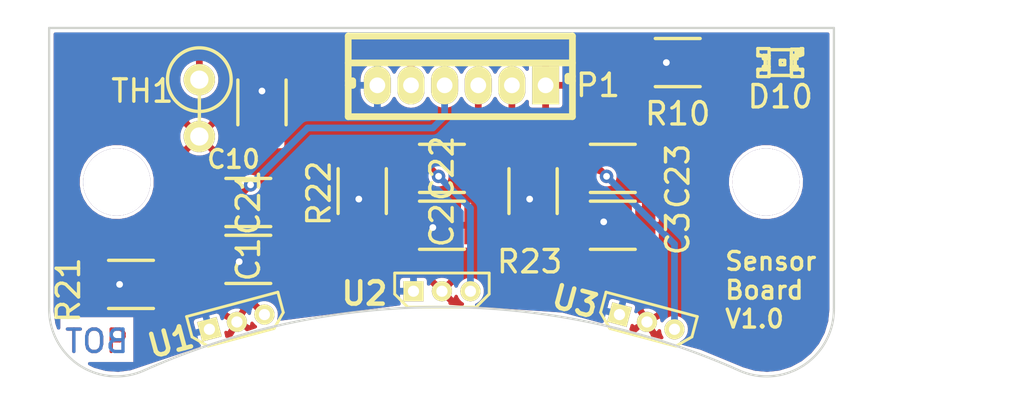
<source format=kicad_pcb>
(kicad_pcb (version 4) (host pcbnew "(2015-01-16 BZR 5376)-product")

  (general
    (links 34)
    (no_connects 0)
    (area 135.491749 110.417999 170.591751 155.480253)
    (thickness 1.6)
    (drawings 10)
    (tracks 70)
    (zones 0)
    (modules 19)
    (nets 8)
  )

  (page A4)
  (layers
    (0 F.Cu signal)
    (31 B.Cu signal)
    (32 B.Adhes user)
    (33 F.Adhes user)
    (34 B.Paste user)
    (35 F.Paste user)
    (36 B.SilkS user)
    (37 F.SilkS user)
    (38 B.Mask user)
    (39 F.Mask user)
    (40 Dwgs.User user)
    (41 Cmts.User user)
    (42 Eco1.User user)
    (43 Eco2.User user)
    (44 Edge.Cuts user)
    (45 Margin user)
    (46 B.CrtYd user)
    (47 F.CrtYd user)
    (48 B.Fab user)
    (49 F.Fab user)
  )

  (setup
    (last_trace_width 0.15)
    (user_trace_width 0.15)
    (user_trace_width 0.2)
    (user_trace_width 0.25)
    (user_trace_width 0.3)
    (user_trace_width 0.4)
    (user_trace_width 0.5)
    (user_trace_width 0.7)
    (user_trace_width 1)
    (user_trace_width 1.5)
    (user_trace_width 2)
    (trace_clearance 0.15)
    (zone_clearance 0.15)
    (zone_45_only no)
    (trace_min 0.15)
    (segment_width 0.15)
    (edge_width 0.1)
    (via_size 0.6)
    (via_drill 0.3)
    (via_min_size 0.6)
    (via_min_drill 0.3)
    (user_via 0.6 0.3)
    (user_via 0.7 0.4)
    (user_via 0.8 0.5)
    (user_via 0.9 0.6)
    (user_via 1 0.7)
    (user_via 1.1 0.8)
    (user_via 1.2 0.9)
    (user_via 1.3 1)
    (uvia_size 0.6)
    (uvia_drill 0.3)
    (uvias_allowed no)
    (uvia_min_size 0.6)
    (uvia_min_drill 0.3)
    (pcb_text_width 0.3)
    (pcb_text_size 1.5 1.5)
    (mod_edge_width 0.3)
    (mod_text_size 1 1)
    (mod_text_width 0.15)
    (pad_size 1.4732 1.4732)
    (pad_drill 0.9652)
    (pad_to_mask_clearance 0)
    (aux_axis_origin 0 0)
    (visible_elements 7FFFFFFF)
    (pcbplotparams
      (layerselection 0x00030_80000001)
      (usegerberextensions false)
      (excludeedgelayer true)
      (linewidth 0.100000)
      (plotframeref false)
      (viasonmask false)
      (mode 1)
      (useauxorigin false)
      (hpglpennumber 1)
      (hpglpenspeed 20)
      (hpglpendiameter 15)
      (hpglpenoverlay 2)
      (psnegative false)
      (psa4output false)
      (plotreference true)
      (plotvalue true)
      (plotinvisibletext false)
      (padsonsilk false)
      (subtractmaskfromsilk false)
      (outputformat 1)
      (mirror false)
      (drillshape 1)
      (scaleselection 1)
      (outputdirectory ""))
  )

  (net 0 "")
  (net 1 /Vcc)
  (net 2 GND)
  (net 3 /A)
  (net 4 /B)
  (net 5 /C)
  (net 6 "Net-(D10-Pad1)")
  (net 7 /Temp)

  (net_class Default "Dies ist die voreingestellte Netzklasse."
    (clearance 0.15)
    (trace_width 0.15)
    (via_dia 0.6)
    (via_drill 0.3)
    (uvia_dia 0.6)
    (uvia_drill 0.3)
  )

  (net_class 0,2 ""
    (clearance 0.15)
    (trace_width 0.2)
    (via_dia 0.6)
    (via_drill 0.3)
    (uvia_dia 0.6)
    (uvia_drill 0.3)
  )

  (net_class 0,25 ""
    (clearance 0.15)
    (trace_width 0.25)
    (via_dia 0.6)
    (via_drill 0.3)
    (uvia_dia 0.6)
    (uvia_drill 0.3)
  )

  (net_class 0,3 ""
    (clearance 0.15)
    (trace_width 0.3)
    (via_dia 0.6)
    (via_drill 0.3)
    (uvia_dia 0.6)
    (uvia_drill 0.3)
    (add_net /A)
    (add_net /B)
    (add_net /C)
    (add_net /Temp)
    (add_net GND)
    (add_net "Net-(D10-Pad1)")
  )

  (net_class 0,4 ""
    (clearance 0.15)
    (trace_width 0.4)
    (via_dia 0.6)
    (via_drill 0.3)
    (uvia_dia 0.6)
    (uvia_drill 0.3)
  )

  (net_class 0,5 ""
    (clearance 0.15)
    (trace_width 0.5)
    (via_dia 0.6)
    (via_drill 0.3)
    (uvia_dia 0.6)
    (uvia_drill 0.3)
    (add_net /Vcc)
  )

  (net_class 0,7 ""
    (clearance 0.15)
    (trace_width 0.7)
    (via_dia 0.6)
    (via_drill 0.3)
    (uvia_dia 0.6)
    (uvia_drill 0.3)
  )

  (net_class 1,0 ""
    (clearance 0.15)
    (trace_width 1)
    (via_dia 0.6)
    (via_drill 0.3)
    (uvia_dia 0.6)
    (uvia_drill 0.3)
  )

  (net_class 1,5 ""
    (clearance 0.15)
    (trace_width 1.5)
    (via_dia 0.6)
    (via_drill 0.3)
    (uvia_dia 0.6)
    (uvia_drill 0.3)
  )

  (net_class 2,0 ""
    (clearance 0.15)
    (trace_width 2)
    (via_dia 0.6)
    (via_drill 0.3)
    (uvia_dia 0.6)
    (uvia_drill 0.3)
  )

  (module w_rf_modules:B6B-ZR (layer F.Cu) (tedit 5513F10F) (tstamp 55115E9D)
    (at 153.924 113.03 180)
    (descr "JST ZR series connector, B6B-ZR")
    (path /5513B090)
    (fp_text reference P1 (at -6.096 0 180) (layer F.SilkS)
      (effects (font (size 1 1) (thickness 0.15)))
    )
    (fp_text value CONN_01X06 (at 1.444 4.20116 180) (layer F.SilkS) hide
      (effects (font (thickness 0.3048)))
    )
    (fp_line (start 5.044 0) (end 4.844 0) (layer F.SilkS) (width 0.3))
    (fp_line (start 4.844 0) (end 4.844 0.2) (layer F.SilkS) (width 0.3))
    (fp_line (start 4.844 0.2) (end 5.044 0.2) (layer F.SilkS) (width 0.3))
    (fp_line (start -4.956 0.2) (end -4.756 0.2) (layer F.SilkS) (width 0.3))
    (fp_line (start -4.756 0.2) (end -4.756 0.4) (layer F.SilkS) (width 0.3))
    (fp_line (start -4.756 0.4) (end -4.956 0.4) (layer F.SilkS) (width 0.3))
    (fp_line (start -4.956 1) (end 5.044 1) (layer F.SilkS) (width 0.3))
    (fp_line (start -4.956 -1.4) (end 5.044 -1.4) (layer F.SilkS) (width 0.3))
    (fp_line (start 5.044 -1.4) (end 5.044 2.2) (layer F.SilkS) (width 0.3))
    (fp_line (start 5.044 2.2) (end -4.956 2.2) (layer F.SilkS) (width 0.3))
    (fp_line (start -4.956 2.2) (end -4.956 -1.4) (layer F.SilkS) (width 0.3))
    (pad 1 thru_hole rect (at -3.7598 0 180) (size 1.19888 1.69926) (drill 0.70104) (layers *.Cu *.Mask F.SilkS)
      (net 2 GND))
    (pad 3 thru_hole oval (at -0.756 0 180) (size 1.19888 1.69926) (drill 0.70104) (layers *.Cu *.Mask F.SilkS)
      (net 4 /B))
    (pad 2 thru_hole oval (at -2.256 0 180) (size 1.19888 1.69926) (drill 0.70104) (layers *.Cu *.Mask F.SilkS)
      (net 5 /C))
    (pad 4 thru_hole oval (at 0.744 0 180) (size 1.19888 1.69926) (drill 0.70104) (layers *.Cu *.Mask F.SilkS)
      (net 3 /A))
    (pad 5 thru_hole oval (at 2.244 0 180) (size 1.19888 1.69926) (drill 0.70104) (layers *.Cu *.Mask F.SilkS)
      (net 7 /Temp))
    (pad 6 thru_hole oval (at 3.744 0 180) (size 1.19888 1.69926) (drill 0.70104) (layers *.Cu *.Mask F.SilkS)
      (net 1 /Vcc))
    (model C:/Users/Laptop-02/Documents/KiCad/Lib/packages3d/B6B-ZR.wrl
      (at (xyz 0 0.054 0))
      (scale (xyz 0.3937 0.3937 0.3937))
      (rotate (xyz -90 0 180))
    )
  )

  (module Resistors_SMD:R_1206 (layer F.Cu) (tedit 55116079) (tstamp 550EF3D7)
    (at 157.1244 117.7544 90)
    (descr "Resistor SMD 1206, reflow soldering, Vishay (see dcrcw.pdf)")
    (tags "resistor 1206")
    (path /550EDAE4)
    (attr smd)
    (fp_text reference R23 (at -3.1496 -0.1524 180) (layer F.SilkS)
      (effects (font (size 1 1) (thickness 0.15)))
    )
    (fp_text value 10k (at -11.0236 -1.1684 180) (layer F.Fab) hide
      (effects (font (size 1 1) (thickness 0.15)))
    )
    (fp_line (start -2.2 -1.2) (end 2.2 -1.2) (layer F.CrtYd) (width 0.05))
    (fp_line (start -2.2 1.2) (end 2.2 1.2) (layer F.CrtYd) (width 0.05))
    (fp_line (start -2.2 -1.2) (end -2.2 1.2) (layer F.CrtYd) (width 0.05))
    (fp_line (start 2.2 -1.2) (end 2.2 1.2) (layer F.CrtYd) (width 0.05))
    (fp_line (start 1 1.075) (end -1 1.075) (layer F.SilkS) (width 0.15))
    (fp_line (start -1 -1.075) (end 1 -1.075) (layer F.SilkS) (width 0.15))
    (pad 1 smd rect (at -1.45 0 90) (size 0.9 1.7) (layers F.Cu F.Paste F.Mask)
      (net 1 /Vcc))
    (pad 2 smd rect (at 1.45 0 90) (size 0.9 1.7) (layers F.Cu F.Paste F.Mask)
      (net 5 /C))
    (model Resistors_SMD/R_1206.wrl
      (at (xyz 0 0 0))
      (scale (xyz 1 1 1))
      (rotate (xyz 0 0 0))
    )
  )

  (module Resistors_SMD:R_1206 (layer F.Cu) (tedit 551160A7) (tstamp 550EE342)
    (at 144.4244 120.8024)
    (descr "Resistor SMD 1206, reflow soldering, Vishay (see dcrcw.pdf)")
    (tags "resistor 1206")
    (path /550EC04E)
    (attr smd)
    (fp_text reference C1 (at 0 0 90) (layer F.SilkS)
      (effects (font (size 1 1) (thickness 0.15)))
    )
    (fp_text value 100nF (at -1.6764 7.4676) (layer F.Fab) hide
      (effects (font (size 1 1) (thickness 0.15)))
    )
    (fp_line (start -2.2 -1.2) (end 2.2 -1.2) (layer F.CrtYd) (width 0.05))
    (fp_line (start -2.2 1.2) (end 2.2 1.2) (layer F.CrtYd) (width 0.05))
    (fp_line (start -2.2 -1.2) (end -2.2 1.2) (layer F.CrtYd) (width 0.05))
    (fp_line (start 2.2 -1.2) (end 2.2 1.2) (layer F.CrtYd) (width 0.05))
    (fp_line (start 1 1.075) (end -1 1.075) (layer F.SilkS) (width 0.15))
    (fp_line (start -1 -1.075) (end 1 -1.075) (layer F.SilkS) (width 0.15))
    (pad 1 smd rect (at -1.45 0) (size 0.9 1.7) (layers F.Cu F.Paste F.Mask)
      (net 1 /Vcc))
    (pad 2 smd rect (at 1.45 0) (size 0.9 1.7) (layers F.Cu F.Paste F.Mask)
      (net 2 GND))
    (model Capacitors_SMD/C_1206.wrl
      (at (xyz 0 0 0))
      (scale (xyz 1 1 1))
      (rotate (xyz 0 0 0))
    )
  )

  (module Resistors_SMD:R_1206 (layer F.Cu) (tedit 55116077) (tstamp 550EE955)
    (at 153.0604 119.2784)
    (descr "Resistor SMD 1206, reflow soldering, Vishay (see dcrcw.pdf)")
    (tags "resistor 1206")
    (path /550EC0E2)
    (attr smd)
    (fp_text reference C2 (at 0 0 90) (layer F.SilkS)
      (effects (font (size 1 1) (thickness 0.15)))
    )
    (fp_text value 100nF (at 3.4036 8.2296) (layer F.Fab) hide
      (effects (font (size 1 1) (thickness 0.15)))
    )
    (fp_line (start -2.2 -1.2) (end 2.2 -1.2) (layer F.CrtYd) (width 0.05))
    (fp_line (start -2.2 1.2) (end 2.2 1.2) (layer F.CrtYd) (width 0.05))
    (fp_line (start -2.2 -1.2) (end -2.2 1.2) (layer F.CrtYd) (width 0.05))
    (fp_line (start 2.2 -1.2) (end 2.2 1.2) (layer F.CrtYd) (width 0.05))
    (fp_line (start 1 1.075) (end -1 1.075) (layer F.SilkS) (width 0.15))
    (fp_line (start -1 -1.075) (end 1 -1.075) (layer F.SilkS) (width 0.15))
    (pad 1 smd rect (at -1.45 0) (size 0.9 1.7) (layers F.Cu F.Paste F.Mask)
      (net 1 /Vcc))
    (pad 2 smd rect (at 1.45 0) (size 0.9 1.7) (layers F.Cu F.Paste F.Mask)
      (net 2 GND))
    (model Capacitors_SMD/C_1206.wrl
      (at (xyz 0 0 0))
      (scale (xyz 1 1 1))
      (rotate (xyz 0 0 0))
    )
  )

  (module Resistors_SMD:R_1206 (layer F.Cu) (tedit 55116061) (tstamp 550EF3CA)
    (at 160.6804 119.2784)
    (descr "Resistor SMD 1206, reflow soldering, Vishay (see dcrcw.pdf)")
    (tags "resistor 1206")
    (path /550EC10B)
    (attr smd)
    (fp_text reference C3 (at 2.8956 0.3556 90) (layer F.SilkS)
      (effects (font (size 1 1) (thickness 0.15)))
    )
    (fp_text value 100nF (at 0.1016 7.7216 90) (layer F.Fab) hide
      (effects (font (size 1 1) (thickness 0.15)))
    )
    (fp_line (start -2.2 -1.2) (end 2.2 -1.2) (layer F.CrtYd) (width 0.05))
    (fp_line (start -2.2 1.2) (end 2.2 1.2) (layer F.CrtYd) (width 0.05))
    (fp_line (start -2.2 -1.2) (end -2.2 1.2) (layer F.CrtYd) (width 0.05))
    (fp_line (start 2.2 -1.2) (end 2.2 1.2) (layer F.CrtYd) (width 0.05))
    (fp_line (start 1 1.075) (end -1 1.075) (layer F.SilkS) (width 0.15))
    (fp_line (start -1 -1.075) (end 1 -1.075) (layer F.SilkS) (width 0.15))
    (pad 1 smd rect (at -1.45 0) (size 0.9 1.7) (layers F.Cu F.Paste F.Mask)
      (net 1 /Vcc))
    (pad 2 smd rect (at 1.45 0) (size 0.9 1.7) (layers F.Cu F.Paste F.Mask)
      (net 2 GND))
    (model Capacitors_SMD/C_1206.wrl
      (at (xyz 0 0 0))
      (scale (xyz 1 1 1))
      (rotate (xyz 0 0 0))
    )
  )

  (module Resistors_SMD:R_1206 (layer F.Cu) (tedit 5513B8D6) (tstamp 550FD1C8)
    (at 145.034 113.792 270)
    (descr "Resistor SMD 1206, reflow soldering, Vishay (see dcrcw.pdf)")
    (tags "resistor 1206")
    (path /550EBFC1)
    (attr smd)
    (fp_text reference C10 (at 2.54 1.27 360) (layer F.SilkS)
      (effects (font (size 0.8 0.8) (thickness 0.15)))
    )
    (fp_text value 1uF (at -1.4224 11.0236 270) (layer F.Fab) hide
      (effects (font (size 1 1) (thickness 0.15)))
    )
    (fp_line (start -2.2 -1.2) (end 2.2 -1.2) (layer F.CrtYd) (width 0.05))
    (fp_line (start -2.2 1.2) (end 2.2 1.2) (layer F.CrtYd) (width 0.05))
    (fp_line (start -2.2 -1.2) (end -2.2 1.2) (layer F.CrtYd) (width 0.05))
    (fp_line (start 2.2 -1.2) (end 2.2 1.2) (layer F.CrtYd) (width 0.05))
    (fp_line (start 1 1.075) (end -1 1.075) (layer F.SilkS) (width 0.15))
    (fp_line (start -1 -1.075) (end 1 -1.075) (layer F.SilkS) (width 0.15))
    (pad 1 smd rect (at -1.45 0 270) (size 0.9 1.7) (layers F.Cu F.Paste F.Mask)
      (net 1 /Vcc))
    (pad 2 smd rect (at 1.45 0 270) (size 0.9 1.7) (layers F.Cu F.Paste F.Mask)
      (net 2 GND))
    (model Resistors_SMD.3dshapes/R_1206.wrl
      (at (xyz 0 0 0))
      (scale (xyz 1 1 1))
      (rotate (xyz 0 0 0))
    )
    (model Capacitors_SMD/C_1206.wrl
      (at (xyz 0 0 0))
      (scale (xyz 1 1 1))
      (rotate (xyz 0 0 0))
    )
  )

  (module Resistors_SMD:R_1206 (layer F.Cu) (tedit 551160AC) (tstamp 550EF71C)
    (at 144.4244 118.2624)
    (descr "Resistor SMD 1206, reflow soldering, Vishay (see dcrcw.pdf)")
    (tags "resistor 1206")
    (path /550EDF31)
    (attr smd)
    (fp_text reference C21 (at 0 0 90) (layer F.SilkS)
      (effects (font (size 1 1) (thickness 0.15)))
    )
    (fp_text value 680pF (at 6.7056 7.4676) (layer F.Fab) hide
      (effects (font (size 1 1) (thickness 0.15)))
    )
    (fp_line (start -2.2 -1.2) (end 2.2 -1.2) (layer F.CrtYd) (width 0.05))
    (fp_line (start -2.2 1.2) (end 2.2 1.2) (layer F.CrtYd) (width 0.05))
    (fp_line (start -2.2 -1.2) (end -2.2 1.2) (layer F.CrtYd) (width 0.05))
    (fp_line (start 2.2 -1.2) (end 2.2 1.2) (layer F.CrtYd) (width 0.05))
    (fp_line (start 1 1.075) (end -1 1.075) (layer F.SilkS) (width 0.15))
    (fp_line (start -1 -1.075) (end 1 -1.075) (layer F.SilkS) (width 0.15))
    (pad 1 smd rect (at -1.45 0) (size 0.9 1.7) (layers F.Cu F.Paste F.Mask)
      (net 3 /A))
    (pad 2 smd rect (at 1.45 0) (size 0.9 1.7) (layers F.Cu F.Paste F.Mask)
      (net 2 GND))
    (model Capacitors_SMD/C_1206.wrl
      (at (xyz 0 0 0))
      (scale (xyz 1 1 1))
      (rotate (xyz 0 0 0))
    )
  )

  (module Resistors_SMD:R_1206 (layer F.Cu) (tedit 55116074) (tstamp 550ECBAA)
    (at 153.0604 116.7384)
    (descr "Resistor SMD 1206, reflow soldering, Vishay (see dcrcw.pdf)")
    (tags "resistor 1206")
    (path /550EE154)
    (attr smd)
    (fp_text reference C22 (at 0 0 90) (layer F.SilkS)
      (effects (font (size 1 1) (thickness 0.15)))
    )
    (fp_text value 680pF (at 3.6576 8.2296) (layer F.Fab) hide
      (effects (font (size 1 1) (thickness 0.15)))
    )
    (fp_line (start -2.2 -1.2) (end 2.2 -1.2) (layer F.CrtYd) (width 0.05))
    (fp_line (start -2.2 1.2) (end 2.2 1.2) (layer F.CrtYd) (width 0.05))
    (fp_line (start -2.2 -1.2) (end -2.2 1.2) (layer F.CrtYd) (width 0.05))
    (fp_line (start 2.2 -1.2) (end 2.2 1.2) (layer F.CrtYd) (width 0.05))
    (fp_line (start 1 1.075) (end -1 1.075) (layer F.SilkS) (width 0.15))
    (fp_line (start -1 -1.075) (end 1 -1.075) (layer F.SilkS) (width 0.15))
    (pad 1 smd rect (at -1.45 0) (size 0.9 1.7) (layers F.Cu F.Paste F.Mask)
      (net 4 /B))
    (pad 2 smd rect (at 1.45 0) (size 0.9 1.7) (layers F.Cu F.Paste F.Mask)
      (net 2 GND))
    (model Capacitors_SMD/C_1206.wrl
      (at (xyz 0 0 0))
      (scale (xyz 1 1 1))
      (rotate (xyz 0 0 0))
    )
  )

  (module Resistors_SMD:R_1206 (layer F.Cu) (tedit 55116053) (tstamp 550EF3E4)
    (at 160.6804 116.7384)
    (descr "Resistor SMD 1206, reflow soldering, Vishay (see dcrcw.pdf)")
    (tags "resistor 1206")
    (path /550EE1A8)
    (attr smd)
    (fp_text reference C23 (at 2.8956 0.3556 90) (layer F.SilkS)
      (effects (font (size 1 1) (thickness 0.15)))
    )
    (fp_text value 680pF (at -11.3284 11.7856) (layer F.Fab) hide
      (effects (font (size 1 1) (thickness 0.15)))
    )
    (fp_line (start -2.2 -1.2) (end 2.2 -1.2) (layer F.CrtYd) (width 0.05))
    (fp_line (start -2.2 1.2) (end 2.2 1.2) (layer F.CrtYd) (width 0.05))
    (fp_line (start -2.2 -1.2) (end -2.2 1.2) (layer F.CrtYd) (width 0.05))
    (fp_line (start 2.2 -1.2) (end 2.2 1.2) (layer F.CrtYd) (width 0.05))
    (fp_line (start 1 1.075) (end -1 1.075) (layer F.SilkS) (width 0.15))
    (fp_line (start -1 -1.075) (end 1 -1.075) (layer F.SilkS) (width 0.15))
    (pad 1 smd rect (at -1.45 0) (size 0.9 1.7) (layers F.Cu F.Paste F.Mask)
      (net 5 /C))
    (pad 2 smd rect (at 1.45 0) (size 0.9 1.7) (layers F.Cu F.Paste F.Mask)
      (net 2 GND))
    (model Capacitors_SMD/C_1206.wrl
      (at (xyz 0 0 0))
      (scale (xyz 1 1 1))
      (rotate (xyz 0 0 0))
    )
  )

  (module LEDs:LED-0805 (layer F.Cu) (tedit 55116013) (tstamp 5513D079)
    (at 168.148 112.014)
    (descr "LED 0805 smd package")
    (tags "LED 0805 SMD")
    (path /550EB7C7)
    (attr smd)
    (fp_text reference D10 (at 0 1.524) (layer F.SilkS)
      (effects (font (size 1 1) (thickness 0.15)))
    )
    (fp_text value blau (at 5.1816 1.6764) (layer F.Fab) hide
      (effects (font (size 1 1) (thickness 0.15)))
    )
    (fp_line (start 0.49784 0.29972) (end 0.49784 0.62484) (layer F.SilkS) (width 0.15))
    (fp_line (start 0.49784 0.62484) (end 0.99822 0.62484) (layer F.SilkS) (width 0.15))
    (fp_line (start 0.99822 0.29972) (end 0.99822 0.62484) (layer F.SilkS) (width 0.15))
    (fp_line (start 0.49784 0.29972) (end 0.99822 0.29972) (layer F.SilkS) (width 0.15))
    (fp_line (start 0.49784 -0.32258) (end 0.49784 -0.17272) (layer F.SilkS) (width 0.15))
    (fp_line (start 0.49784 -0.17272) (end 0.7493 -0.17272) (layer F.SilkS) (width 0.15))
    (fp_line (start 0.7493 -0.32258) (end 0.7493 -0.17272) (layer F.SilkS) (width 0.15))
    (fp_line (start 0.49784 -0.32258) (end 0.7493 -0.32258) (layer F.SilkS) (width 0.15))
    (fp_line (start 0.49784 0.17272) (end 0.49784 0.32258) (layer F.SilkS) (width 0.15))
    (fp_line (start 0.49784 0.32258) (end 0.7493 0.32258) (layer F.SilkS) (width 0.15))
    (fp_line (start 0.7493 0.17272) (end 0.7493 0.32258) (layer F.SilkS) (width 0.15))
    (fp_line (start 0.49784 0.17272) (end 0.7493 0.17272) (layer F.SilkS) (width 0.15))
    (fp_line (start 0.49784 -0.19812) (end 0.49784 0.19812) (layer F.SilkS) (width 0.15))
    (fp_line (start 0.49784 0.19812) (end 0.6731 0.19812) (layer F.SilkS) (width 0.15))
    (fp_line (start 0.6731 -0.19812) (end 0.6731 0.19812) (layer F.SilkS) (width 0.15))
    (fp_line (start 0.49784 -0.19812) (end 0.6731 -0.19812) (layer F.SilkS) (width 0.15))
    (fp_line (start -0.99822 0.29972) (end -0.99822 0.62484) (layer F.SilkS) (width 0.15))
    (fp_line (start -0.99822 0.62484) (end -0.49784 0.62484) (layer F.SilkS) (width 0.15))
    (fp_line (start -0.49784 0.29972) (end -0.49784 0.62484) (layer F.SilkS) (width 0.15))
    (fp_line (start -0.99822 0.29972) (end -0.49784 0.29972) (layer F.SilkS) (width 0.15))
    (fp_line (start -0.99822 -0.62484) (end -0.99822 -0.29972) (layer F.SilkS) (width 0.15))
    (fp_line (start -0.99822 -0.29972) (end -0.49784 -0.29972) (layer F.SilkS) (width 0.15))
    (fp_line (start -0.49784 -0.62484) (end -0.49784 -0.29972) (layer F.SilkS) (width 0.15))
    (fp_line (start -0.99822 -0.62484) (end -0.49784 -0.62484) (layer F.SilkS) (width 0.15))
    (fp_line (start -0.7493 0.17272) (end -0.7493 0.32258) (layer F.SilkS) (width 0.15))
    (fp_line (start -0.7493 0.32258) (end -0.49784 0.32258) (layer F.SilkS) (width 0.15))
    (fp_line (start -0.49784 0.17272) (end -0.49784 0.32258) (layer F.SilkS) (width 0.15))
    (fp_line (start -0.7493 0.17272) (end -0.49784 0.17272) (layer F.SilkS) (width 0.15))
    (fp_line (start -0.7493 -0.32258) (end -0.7493 -0.17272) (layer F.SilkS) (width 0.15))
    (fp_line (start -0.7493 -0.17272) (end -0.49784 -0.17272) (layer F.SilkS) (width 0.15))
    (fp_line (start -0.49784 -0.32258) (end -0.49784 -0.17272) (layer F.SilkS) (width 0.15))
    (fp_line (start -0.7493 -0.32258) (end -0.49784 -0.32258) (layer F.SilkS) (width 0.15))
    (fp_line (start -0.6731 -0.19812) (end -0.6731 0.19812) (layer F.SilkS) (width 0.15))
    (fp_line (start -0.6731 0.19812) (end -0.49784 0.19812) (layer F.SilkS) (width 0.15))
    (fp_line (start -0.49784 -0.19812) (end -0.49784 0.19812) (layer F.SilkS) (width 0.15))
    (fp_line (start -0.6731 -0.19812) (end -0.49784 -0.19812) (layer F.SilkS) (width 0.15))
    (fp_line (start 0 -0.09906) (end 0 0.09906) (layer F.SilkS) (width 0.15))
    (fp_line (start 0 0.09906) (end 0.19812 0.09906) (layer F.SilkS) (width 0.15))
    (fp_line (start 0.19812 -0.09906) (end 0.19812 0.09906) (layer F.SilkS) (width 0.15))
    (fp_line (start 0 -0.09906) (end 0.19812 -0.09906) (layer F.SilkS) (width 0.15))
    (fp_line (start 0.49784 -0.59944) (end 0.49784 -0.29972) (layer F.SilkS) (width 0.15))
    (fp_line (start 0.49784 -0.29972) (end 0.79756 -0.29972) (layer F.SilkS) (width 0.15))
    (fp_line (start 0.79756 -0.59944) (end 0.79756 -0.29972) (layer F.SilkS) (width 0.15))
    (fp_line (start 0.49784 -0.59944) (end 0.79756 -0.59944) (layer F.SilkS) (width 0.15))
    (fp_line (start 0.92456 -0.62484) (end 0.92456 -0.39878) (layer F.SilkS) (width 0.15))
    (fp_line (start 0.92456 -0.39878) (end 0.99822 -0.39878) (layer F.SilkS) (width 0.15))
    (fp_line (start 0.99822 -0.62484) (end 0.99822 -0.39878) (layer F.SilkS) (width 0.15))
    (fp_line (start 0.92456 -0.62484) (end 0.99822 -0.62484) (layer F.SilkS) (width 0.15))
    (fp_line (start 0.52324 0.57404) (end -0.52324 0.57404) (layer F.SilkS) (width 0.15))
    (fp_line (start -0.49784 -0.57404) (end 0.92456 -0.57404) (layer F.SilkS) (width 0.15))
    (fp_circle (center 0.84836 -0.44958) (end 0.89916 -0.50038) (layer F.SilkS) (width 0.15))
    (fp_arc (start 0.99822 0) (end 0.99822 0.34798) (angle 180) (layer F.SilkS) (width 0.15))
    (fp_arc (start -0.99822 0) (end -0.99822 -0.34798) (angle 180) (layer F.SilkS) (width 0.15))
    (pad 1 smd rect (at -1.04902 0) (size 1.19888 1.19888) (layers F.Cu F.Paste F.Mask)
      (net 6 "Net-(D10-Pad1)"))
    (pad 2 smd rect (at 1.04902 0) (size 1.19888 1.19888) (layers F.Cu F.Paste F.Mask)
      (net 2 GND))
    (model C:/Users/Laptop-02/Documents/KiCad/Lib/packages3d/led_blue_0805.wrl
      (at (xyz 0 0 0))
      (scale (xyz 0.3937 0.3937 0.3937))
      (rotate (xyz -90 0 90))
    )
  )

  (module Resistors_SMD:R_1206 (layer F.Cu) (tedit 551160BA) (tstamp 550EF6CA)
    (at 163.576 112.014)
    (descr "Resistor SMD 1206, reflow soldering, Vishay (see dcrcw.pdf)")
    (tags "resistor 1206")
    (path /550EAAEC)
    (attr smd)
    (fp_text reference R10 (at 0 2.286 180) (layer F.SilkS)
      (effects (font (size 1 1) (thickness 0.15)))
    )
    (fp_text value 470 (at 0.8636 13.5636 90) (layer F.Fab) hide
      (effects (font (size 1 1) (thickness 0.15)))
    )
    (fp_line (start -2.2 -1.2) (end 2.2 -1.2) (layer F.CrtYd) (width 0.05))
    (fp_line (start -2.2 1.2) (end 2.2 1.2) (layer F.CrtYd) (width 0.05))
    (fp_line (start -2.2 -1.2) (end -2.2 1.2) (layer F.CrtYd) (width 0.05))
    (fp_line (start 2.2 -1.2) (end 2.2 1.2) (layer F.CrtYd) (width 0.05))
    (fp_line (start 1 1.075) (end -1 1.075) (layer F.SilkS) (width 0.15))
    (fp_line (start -1 -1.075) (end 1 -1.075) (layer F.SilkS) (width 0.15))
    (pad 1 smd rect (at -1.45 0) (size 0.9 1.7) (layers F.Cu F.Paste F.Mask)
      (net 1 /Vcc))
    (pad 2 smd rect (at 1.45 0) (size 0.9 1.7) (layers F.Cu F.Paste F.Mask)
      (net 6 "Net-(D10-Pad1)"))
    (model Resistors_SMD/R_1206.wrl
      (at (xyz 0 0 0))
      (scale (xyz 1 1 1))
      (rotate (xyz 0 0 0))
    )
  )

  (module Resistors_SMD:R_1206 (layer F.Cu) (tedit 551160D9) (tstamp 5513EF55)
    (at 139.192 121.92)
    (descr "Resistor SMD 1206, reflow soldering, Vishay (see dcrcw.pdf)")
    (tags "resistor 1206")
    (path /550ED88C)
    (attr smd)
    (fp_text reference R21 (at -2.794 0.254 90) (layer F.SilkS)
      (effects (font (size 1 1) (thickness 0.15)))
    )
    (fp_text value 10k (at -1.524 5.842) (layer F.Fab) hide
      (effects (font (size 1 1) (thickness 0.15)))
    )
    (fp_line (start -2.2 -1.2) (end 2.2 -1.2) (layer F.CrtYd) (width 0.05))
    (fp_line (start -2.2 1.2) (end 2.2 1.2) (layer F.CrtYd) (width 0.05))
    (fp_line (start -2.2 -1.2) (end -2.2 1.2) (layer F.CrtYd) (width 0.05))
    (fp_line (start 2.2 -1.2) (end 2.2 1.2) (layer F.CrtYd) (width 0.05))
    (fp_line (start 1 1.075) (end -1 1.075) (layer F.SilkS) (width 0.15))
    (fp_line (start -1 -1.075) (end 1 -1.075) (layer F.SilkS) (width 0.15))
    (pad 1 smd rect (at -1.45 0) (size 0.9 1.7) (layers F.Cu F.Paste F.Mask)
      (net 1 /Vcc))
    (pad 2 smd rect (at 1.45 0) (size 0.9 1.7) (layers F.Cu F.Paste F.Mask)
      (net 3 /A))
    (model Resistors_SMD/R_1206.wrl
      (at (xyz 0 0 0))
      (scale (xyz 1 1 1))
      (rotate (xyz 0 0 0))
    )
  )

  (module Resistors_SMD:R_1206 (layer F.Cu) (tedit 551160A3) (tstamp 550EDEBB)
    (at 149.5044 117.7544 90)
    (descr "Resistor SMD 1206, reflow soldering, Vishay (see dcrcw.pdf)")
    (tags "resistor 1206")
    (path /550EDA9B)
    (attr smd)
    (fp_text reference R22 (at -0.1016 -1.9304 90) (layer F.SilkS)
      (effects (font (size 1 1) (thickness 0.15)))
    )
    (fp_text value 10k (at -7.9756 -2.1844 90) (layer F.Fab) hide
      (effects (font (size 1 1) (thickness 0.15)))
    )
    (fp_line (start -2.2 -1.2) (end 2.2 -1.2) (layer F.CrtYd) (width 0.05))
    (fp_line (start -2.2 1.2) (end 2.2 1.2) (layer F.CrtYd) (width 0.05))
    (fp_line (start -2.2 -1.2) (end -2.2 1.2) (layer F.CrtYd) (width 0.05))
    (fp_line (start 2.2 -1.2) (end 2.2 1.2) (layer F.CrtYd) (width 0.05))
    (fp_line (start 1 1.075) (end -1 1.075) (layer F.SilkS) (width 0.15))
    (fp_line (start -1 -1.075) (end 1 -1.075) (layer F.SilkS) (width 0.15))
    (pad 1 smd rect (at -1.45 0 90) (size 0.9 1.7) (layers F.Cu F.Paste F.Mask)
      (net 1 /Vcc))
    (pad 2 smd rect (at 1.45 0 90) (size 0.9 1.7) (layers F.Cu F.Paste F.Mask)
      (net 4 /B))
    (model Resistors_SMD/R_1206.wrl
      (at (xyz 0 0 0))
      (scale (xyz 1 1 1))
      (rotate (xyz 0 0 0))
    )
  )

  (module packages:P-SSO-3-2 (layer F.Cu) (tedit 5513B5B9) (tstamp 550EDC9A)
    (at 143.9164 123.5964 105)
    (path /550EBD66)
    (fp_text reference U1 (at -0.071589 -3.06952 195) (layer F.SilkS)
      (effects (font (size 1 1) (thickness 0.2)))
    )
    (fp_text value DRV5013AD (at 8.001 -39.116 105) (layer F.SilkS) hide
      (effects (font (thickness 0.3048)))
    )
    (fp_line (start -0.7112 -1.524) (end -0.7112 1.524) (layer F.SilkS) (width 0.127))
    (fp_line (start -0.127 -2.1082) (end 0.8128 -2.1082) (layer F.SilkS) (width 0.127))
    (fp_line (start 0.8128 2.1082) (end 0.8128 -2.1082) (layer F.SilkS) (width 0.127))
    (fp_line (start -0.127 2.1082) (end 0.8128 2.1082) (layer F.SilkS) (width 0.127))
    (fp_line (start -0.127 2.1082) (end -0.7112 1.524) (layer F.SilkS) (width 0.127))
    (fp_line (start -0.127 -2.1082) (end -0.7112 -1.524) (layer F.SilkS) (width 0.127))
    (pad 1 thru_hole rect (at 0 -1.27 105) (size 0.89916 0.89916) (drill 0.50038) (layers *.Cu *.Mask F.SilkS)
      (net 1 /Vcc))
    (pad 2 thru_hole circle (at 0 0 105) (size 0.89916 0.89916) (drill 0.50038) (layers *.Cu *.Mask F.SilkS)
      (net 2 GND))
    (pad 3 thru_hole circle (at 0 1.27 105) (size 0.89916 0.89916) (drill 0.50038) (layers *.Cu *.Mask F.SilkS)
      (net 3 /A))
    (model C:/Users/Laptop-02/Documents/KiCad/Lib/packages3d/P-SSO-3-2.wrl
      (at (xyz 0 0 0))
      (scale (xyz 1 1 1))
      (rotate (xyz 0 0 0))
    )
  )

  (module packages:P-SSO-3-2 (layer F.Cu) (tedit 55115FEF) (tstamp 550EDCCB)
    (at 153.0604 122.2248 90)
    (path /550EC74B)
    (fp_text reference U2 (at -0.1016 -3.4544 180) (layer F.SilkS)
      (effects (font (size 1 1) (thickness 0.2)))
    )
    (fp_text value DRV5013AD (at 6.731 -28.448 90) (layer F.SilkS) hide
      (effects (font (thickness 0.3048)))
    )
    (fp_line (start -0.7112 -1.524) (end -0.7112 1.524) (layer F.SilkS) (width 0.127))
    (fp_line (start -0.127 -2.1082) (end 0.8128 -2.1082) (layer F.SilkS) (width 0.127))
    (fp_line (start 0.8128 2.1082) (end 0.8128 -2.1082) (layer F.SilkS) (width 0.127))
    (fp_line (start -0.127 2.1082) (end 0.8128 2.1082) (layer F.SilkS) (width 0.127))
    (fp_line (start -0.127 2.1082) (end -0.7112 1.524) (layer F.SilkS) (width 0.127))
    (fp_line (start -0.127 -2.1082) (end -0.7112 -1.524) (layer F.SilkS) (width 0.127))
    (pad 1 thru_hole rect (at 0 -1.27 90) (size 0.89916 0.89916) (drill 0.50038) (layers *.Cu *.Mask F.SilkS)
      (net 1 /Vcc))
    (pad 2 thru_hole circle (at 0 0 90) (size 0.89916 0.89916) (drill 0.50038) (layers *.Cu *.Mask F.SilkS)
      (net 2 GND))
    (pad 3 thru_hole circle (at 0 1.27 90) (size 0.89916 0.89916) (drill 0.50038) (layers *.Cu *.Mask F.SilkS)
      (net 4 /B))
    (model C:/Users/Laptop-02/Documents/KiCad/Lib/packages3d/P-SSO-3-2.wrl
      (at (xyz 0 0 0))
      (scale (xyz 1 1 1))
      (rotate (xyz 0 0 0))
    )
  )

  (module packages:P-SSO-3-2 (layer F.Cu) (tedit 55116002) (tstamp 55105487)
    (at 162.2044 123.5964 75)
    (path /550EC77C)
    (fp_text reference U3 (at 0.054918 -3.328013 165) (layer F.SilkS)
      (effects (font (size 1 1) (thickness 0.2)))
    )
    (fp_text value DRV5013AD (at 6.582179 17.695362 75) (layer F.SilkS) hide
      (effects (font (thickness 0.3048)))
    )
    (fp_line (start -0.7112 -1.524) (end -0.7112 1.524) (layer F.SilkS) (width 0.127))
    (fp_line (start -0.127 -2.1082) (end 0.8128 -2.1082) (layer F.SilkS) (width 0.127))
    (fp_line (start 0.8128 2.1082) (end 0.8128 -2.1082) (layer F.SilkS) (width 0.127))
    (fp_line (start -0.127 2.1082) (end 0.8128 2.1082) (layer F.SilkS) (width 0.127))
    (fp_line (start -0.127 2.1082) (end -0.7112 1.524) (layer F.SilkS) (width 0.127))
    (fp_line (start -0.127 -2.1082) (end -0.7112 -1.524) (layer F.SilkS) (width 0.127))
    (pad 1 thru_hole rect (at 0 -1.27 75) (size 0.89916 0.89916) (drill 0.50038) (layers *.Cu *.Mask F.SilkS)
      (net 1 /Vcc))
    (pad 2 thru_hole circle (at 0 0 75) (size 0.89916 0.89916) (drill 0.50038) (layers *.Cu *.Mask F.SilkS)
      (net 2 GND))
    (pad 3 thru_hole circle (at 0 1.27 75) (size 0.89916 0.89916) (drill 0.50038) (layers *.Cu *.Mask F.SilkS)
      (net 5 /C))
    (model C:/Users/Laptop-02/Documents/KiCad/Lib/packages3d/P-SSO-3-2.wrl
      (at (xyz 0 0 0))
      (scale (xyz 1 1 1))
      (rotate (xyz 0 0 0))
    )
  )

  (module Mounting_Holes:MountingHole_3mm (layer F.Cu) (tedit 551160DF) (tstamp 55115ECA)
    (at 138.557 117.348)
    (descr "Mounting hole, Befestigungsbohrung, 3mm, No Annular, Kein Restring,")
    (tags "Mounting hole, Befestigungsbohrung, 3mm, No Annular, Kein Restring,")
    (path /55114BC4)
    (fp_text reference H1 (at -8.509 -2.286) (layer F.SilkS) hide
      (effects (font (size 1 1) (thickness 0.15)))
    )
    (fp_text value 3mm (at -5.207 3.302) (layer F.Fab) hide
      (effects (font (size 1 1) (thickness 0.15)))
    )
    (fp_circle (center 0 0) (end 2.99974 0) (layer Cmts.User) (width 0.381))
    (pad 1 thru_hole circle (at 0 0) (size 2.99974 2.99974) (drill 2.99974) (layers))
  )

  (module Mounting_Holes:MountingHole_3mm (layer F.Cu) (tedit 5513B619) (tstamp 55114BCF)
    (at 167.513 117.348)
    (descr "Mounting hole, Befestigungsbohrung, 3mm, No Annular, Kein Restring,")
    (tags "Mounting hole, Befestigungsbohrung, 3mm, No Annular, Kein Restring,")
    (path /55114C71)
    (fp_text reference H2 (at 4.953 -2.794) (layer F.SilkS) hide
      (effects (font (size 1 1) (thickness 0.15)))
    )
    (fp_text value 3mm (at 17.272 -10.668) (layer F.Fab) hide
      (effects (font (size 1 1) (thickness 0.15)))
    )
    (fp_circle (center 0 0) (end 2.99974 0) (layer Cmts.User) (width 0.381))
    (pad 1 thru_hole circle (at 0 0) (size 2.99974 2.99974) (drill 2.99974) (layers))
  )

  (module Discret:R1 (layer F.Cu) (tedit 5513B614) (tstamp 5513B4B1)
    (at 142.24 114.046 270)
    (descr "Resistance verticale")
    (tags R)
    (path /5513B3EE)
    (fp_text reference TH1 (at -0.762 2.54 360) (layer F.SilkS)
      (effects (font (size 1 1) (thickness 0.15)))
    )
    (fp_text value THERMISTOR (at -5.842 2.286 360) (layer F.Fab) hide
      (effects (font (size 1 1) (thickness 0.15)))
    )
    (fp_line (start -1.27 0) (end 1.27 0) (layer F.SilkS) (width 0.15))
    (fp_circle (center -1.27 0) (end -0.635 1.27) (layer F.SilkS) (width 0.15))
    (pad 1 thru_hole circle (at -1.27 0 270) (size 1.397 1.397) (drill 0.8128) (layers *.Cu *.Mask F.SilkS)
      (net 7 /Temp))
    (pad 2 thru_hole circle (at 1.27 0 270) (size 1.397 1.397) (drill 0.8128) (layers *.Cu *.Mask F.SilkS)
      (net 2 GND))
    (model Discret.3dshapes/R1.wrl
      (at (xyz 0 0 0))
      (scale (xyz 1 1 1))
      (rotate (xyz 0 0 0))
    )
  )

  (dimension 15.494 (width 0.3) (layer Dwgs.User)
    (gr_text "15,494 mm" (at 176.355999 118.237 270) (layer Dwgs.User)
      (effects (font (size 1.5 1.5) (thickness 0.3)))
    )
    (feature1 (pts (xy 167.64 125.984) (xy 177.705999 125.984)))
    (feature2 (pts (xy 167.64 110.49) (xy 177.705999 110.49)))
    (crossbar (pts (xy 175.005999 110.49) (xy 175.005999 125.984)))
    (arrow1a (pts (xy 175.005999 125.984) (xy 174.419578 124.857496)))
    (arrow1b (pts (xy 175.005999 125.984) (xy 175.59242 124.857496)))
    (arrow2a (pts (xy 175.005999 110.49) (xy 174.419578 111.616504)))
    (arrow2b (pts (xy 175.005999 110.49) (xy 175.59242 111.616504)))
  )
  (gr_line (start 135.54175 110.468) (end 170.54175 110.468) (angle 90) (layer Edge.Cuts) (width 0.1))
  (gr_arc (start 138.54175 123.026549) (end 135.54175 123.026549) (angle -114.1075476) (layer Edge.Cuts) (width 0.1))
  (gr_arc (start 167.54175 123.026549) (end 166.316398 125.76489) (angle -114.1075476) (layer Edge.Cuts) (width 0.1))
  (gr_arc (start 153.04175 155.430252) (end 166.316398 125.76489) (angle -48.21509511) (layer Edge.Cuts) (width 0.1))
  (gr_line (start 135.54175 123.026549) (end 135.54175 110.468) (layer Edge.Cuts) (width 0.1) (tstamp 5513CEF5))
  (gr_line (start 170.54175 123.026549) (end 170.54175 110.468) (layer Edge.Cuts) (width 0.1))
  (gr_text BOT (at 137.668 124.46) (layer B.Cu)
    (effects (font (size 1 1) (thickness 0.15)) (justify mirror))
  )
  (gr_text TOP (at 137.668 124.46) (layer F.Cu)
    (effects (font (size 1 1) (thickness 0.15)))
  )
  (gr_text "Sensor \nBoard\nV1.0" (at 165.608 122.174) (layer F.SilkS) (tstamp 5513D0CC)
    (effects (font (size 0.8 0.8) (thickness 0.15)) (justify left))
  )

  (segment (start 149.5044 119.2044) (end 149.5044 118.2624) (width 0.5) (layer F.Cu) (net 1))
  (segment (start 149.5044 118.2624) (end 149.352 118.11) (width 0.5) (layer F.Cu) (net 1))
  (via (at 149.352 118.11) (size 0.6) (drill 0.3) (layers F.Cu B.Cu) (net 1))
  (segment (start 142.9744 120.8024) (end 143.9164 120.8024) (width 0.5) (layer F.Cu) (net 1))
  (segment (start 143.9164 120.8024) (end 144.018 120.904) (width 0.5) (layer F.Cu) (net 1))
  (via (at 144.018 120.904) (size 0.6) (drill 0.3) (layers F.Cu B.Cu) (net 1))
  (segment (start 159.2304 119.2784) (end 160.1216 119.2784) (width 0.5) (layer F.Cu) (net 1))
  (segment (start 160.1216 119.2784) (end 160.274 119.126) (width 0.5) (layer F.Cu) (net 1))
  (via (at 160.274 119.126) (size 0.6) (drill 0.3) (layers F.Cu B.Cu) (net 1))
  (segment (start 157.1244 119.2044) (end 157.1244 118.2624) (width 0.5) (layer F.Cu) (net 1))
  (segment (start 157.1244 118.2624) (end 156.972 118.11) (width 0.5) (layer F.Cu) (net 1))
  (via (at 156.972 118.11) (size 0.6) (drill 0.3) (layers F.Cu B.Cu) (net 1))
  (segment (start 151.6104 119.2784) (end 152.5524 119.2784) (width 0.5) (layer F.Cu) (net 1))
  (segment (start 152.5524 119.2784) (end 152.654 119.38) (width 0.5) (layer F.Cu) (net 1))
  (via (at 152.654 119.38) (size 0.6) (drill 0.3) (layers F.Cu B.Cu) (net 1))
  (via (at 138.684 121.92) (size 0.6) (drill 0.3) (layers F.Cu B.Cu) (net 1))
  (segment (start 137.742 121.92) (end 138.684 121.92) (width 0.5) (layer F.Cu) (net 1))
  (via (at 145.034 113.284) (size 0.6) (drill 0.3) (layers F.Cu B.Cu) (net 1))
  (segment (start 145.034 112.342) (end 145.034 113.284) (width 0.5) (layer F.Cu) (net 1))
  (via (at 163.068 112.014) (size 0.6) (drill 0.3) (layers F.Cu B.Cu) (net 1))
  (segment (start 162.126 112.014) (end 163.068 112.014) (width 0.5) (layer F.Cu) (net 1))
  (segment (start 144.526 117.475) (end 147.066 114.935) (width 0.3) (layer B.Cu) (net 3))
  (segment (start 147.066 114.935) (end 152.654 114.935) (width 0.3) (layer B.Cu) (net 3))
  (segment (start 152.654 114.935) (end 153.18 114.409) (width 0.3) (layer B.Cu) (net 3))
  (segment (start 153.18 114.409) (end 153.18 113.03) (width 0.3) (layer B.Cu) (net 3))
  (segment (start 142.9744 118.2624) (end 143.7386 118.2624) (width 0.3) (layer F.Cu) (net 3))
  (via (at 144.526 117.475) (size 0.6) (drill 0.3) (layers F.Cu B.Cu) (net 3))
  (segment (start 143.7386 118.2624) (end 144.526 117.475) (width 0.3) (layer F.Cu) (net 3))
  (segment (start 142.9744 118.2624) (end 143.588141 118.2624) (width 0.3) (layer F.Cu) (net 3))
  (segment (start 143.588141 118.2624) (end 143.7244 118.2624) (width 0.3) (layer F.Cu) (net 3))
  (segment (start 144.693547 119.231547) (end 144.693547 122.168451) (width 0.3) (layer F.Cu) (net 3))
  (segment (start 144.693547 122.168451) (end 144.693547 122.818121) (width 0.3) (layer F.Cu) (net 3))
  (segment (start 143.442802 122.174) (end 143.448351 122.168451) (width 0.3) (layer F.Cu) (net 3))
  (segment (start 143.448351 122.168451) (end 144.693547 122.168451) (width 0.3) (layer F.Cu) (net 3))
  (segment (start 143.7244 118.2624) (end 144.693547 119.231547) (width 0.3) (layer F.Cu) (net 3))
  (segment (start 144.693547 122.818121) (end 145.143126 123.2677) (width 0.3) (layer F.Cu) (net 3))
  (segment (start 141.392 121.92) (end 140.642 121.92) (width 0.3) (layer F.Cu) (net 3))
  (segment (start 141.646 122.174) (end 141.392 121.92) (width 0.3) (layer F.Cu) (net 3))
  (segment (start 143.442802 122.174) (end 141.646 122.174) (width 0.3) (layer F.Cu) (net 3))
  (segment (start 152.908 117.094) (end 154.3304 118.5164) (width 0.3) (layer B.Cu) (net 4))
  (segment (start 154.3304 118.5164) (end 154.3304 122.2248) (width 0.3) (layer B.Cu) (net 4))
  (segment (start 151.6104 116.7384) (end 152.5524 116.7384) (width 0.3) (layer F.Cu) (net 4))
  (segment (start 152.5524 116.7384) (end 152.908 117.094) (width 0.3) (layer F.Cu) (net 4))
  (via (at 152.908 117.094) (size 0.6) (drill 0.3) (layers F.Cu B.Cu) (net 4))
  (segment (start 152.4254 116.7384) (end 152.3604 116.7384) (width 0.3) (layer F.Cu) (net 4))
  (segment (start 151.6104 116.7384) (end 152.3604 116.7384) (width 0.3) (layer F.Cu) (net 4))
  (segment (start 152.3604 116.7384) (end 154.68 114.4188) (width 0.3) (layer F.Cu) (net 4))
  (segment (start 154.68 114.4188) (end 154.68 114.17963) (width 0.3) (layer F.Cu) (net 4))
  (segment (start 154.68 114.17963) (end 154.68 113.03) (width 0.3) (layer F.Cu) (net 4))
  (segment (start 149.5044 116.3044) (end 151.1764 116.3044) (width 0.3) (layer F.Cu) (net 4))
  (segment (start 151.1764 116.3044) (end 151.6104 116.7384) (width 0.3) (layer F.Cu) (net 4))
  (segment (start 160.401 117.094) (end 163.431126 120.124126) (width 0.3) (layer B.Cu) (net 5))
  (segment (start 163.431126 120.124126) (end 163.431126 123.9251) (width 0.3) (layer B.Cu) (net 5))
  (segment (start 160.082 116.84) (end 160.147 116.84) (width 0.3) (layer F.Cu) (net 5))
  (via (at 160.401 117.094) (size 0.6) (drill 0.3) (layers F.Cu B.Cu) (net 5))
  (segment (start 160.147 116.84) (end 160.401 117.094) (width 0.3) (layer F.Cu) (net 5))
  (segment (start 159.2304 116.7384) (end 159.9804 116.7384) (width 0.3) (layer F.Cu) (net 5))
  (segment (start 159.9804 116.7384) (end 160.082 116.84) (width 0.3) (layer F.Cu) (net 5))
  (segment (start 156.18 114.27) (end 157.1244 115.2144) (width 0.3) (layer F.Cu) (net 5))
  (segment (start 157.1244 115.2144) (end 157.1244 116.3044) (width 0.3) (layer F.Cu) (net 5))
  (segment (start 156.18 113.03) (end 156.18 114.27) (width 0.3) (layer F.Cu) (net 5))
  (segment (start 157.1244 116.3044) (end 158.7964 116.3044) (width 0.3) (layer F.Cu) (net 5))
  (segment (start 158.7964 116.3044) (end 159.2304 116.7384) (width 0.3) (layer F.Cu) (net 5))
  (segment (start 165.026 112.014) (end 167.09898 112.014) (width 0.3) (layer F.Cu) (net 6))
  (segment (start 142.24 112.776) (end 142.24 111.788172) (width 0.3) (layer F.Cu) (net 7))
  (segment (start 142.24 111.788172) (end 142.776172 111.252) (width 0.3) (layer F.Cu) (net 7))
  (segment (start 142.776172 111.252) (end 151.125304 111.252) (width 0.3) (layer F.Cu) (net 7))
  (segment (start 151.125304 111.252) (end 151.68 111.806696) (width 0.3) (layer F.Cu) (net 7))
  (segment (start 151.68 111.806696) (end 151.68 111.88037) (width 0.3) (layer F.Cu) (net 7))
  (segment (start 151.68 111.88037) (end 151.68 113.03) (width 0.3) (layer F.Cu) (net 7))

  (zone (net 1) (net_name /Vcc) (layer B.Cu) (tstamp 0) (hatch edge 0.508)
    (connect_pads (clearance 0.15))
    (min_thickness 0.15)
    (fill yes (arc_segments 32) (thermal_gap 0.15) (thermal_bridge_width 0.3))
    (polygon
      (pts
        (xy 134.62 109.22) (xy 171.45 109.22) (xy 171.45 127) (xy 133.35 127) (xy 133.35 109.22)
      )
    )
    (filled_polygon
      (pts
        (xy 170.26675 123.013094) (xy 170.213557 123.555584) (xy 170.059918 124.064461) (xy 169.81036 124.533814) (xy 169.474394 124.945748)
        (xy 169.237944 125.141356) (xy 169.237944 117.178868) (xy 169.172241 116.847045) (xy 169.043339 116.534304) (xy 168.856146 116.252557)
        (xy 168.617793 116.012534) (xy 168.337359 115.823379) (xy 168.025526 115.692296) (xy 167.69417 115.624279) (xy 167.355914 115.621917)
        (xy 167.023641 115.685302) (xy 166.710008 115.812018) (xy 166.42696 115.997239) (xy 166.18528 116.23391) (xy 165.994171 116.513017)
        (xy 165.860915 116.823928) (xy 165.790586 117.1548) (xy 165.785863 117.493032) (xy 165.846926 117.825739) (xy 165.971449 118.140249)
        (xy 166.15469 118.424583) (xy 166.389668 118.66791) (xy 166.667434 118.860963) (xy 166.977407 118.996386) (xy 167.30778 119.069024)
        (xy 167.645971 119.076108) (xy 167.979096 119.017369) (xy 168.294468 118.895044) (xy 168.580074 118.713793) (xy 168.825036 118.480519)
        (xy 169.020023 118.204108) (xy 169.157607 117.895088) (xy 169.232549 117.56523) (xy 169.237944 117.178868) (xy 169.237944 125.141356)
        (xy 169.06481 125.284585) (xy 168.59722 125.537409) (xy 168.089422 125.6946) (xy 167.560761 125.750163) (xy 167.031382 125.701986)
        (xy 166.51091 125.548803) (xy 166.424088 125.511853) (xy 166.424047 125.51184) (xy 166.421192 125.51064) (xy 164.630471 124.772558)
        (xy 164.615514 124.768042) (xy 164.600982 124.76232) (xy 164.597281 124.761294) (xy 163.737754 124.529497) (xy 163.848448 124.459248)
        (xy 163.944251 124.368017) (xy 164.020508 124.259916) (xy 164.074316 124.139061) (xy 164.103625 124.010056) (xy 164.105735 123.858954)
        (xy 164.080039 123.729182) (xy 164.029627 123.606872) (xy 163.956417 123.496683) (xy 163.8632 123.402812) (xy 163.806126 123.364314)
        (xy 163.806126 120.124126) (xy 163.802746 120.089656) (xy 163.799727 120.055144) (xy 163.799176 120.053248) (xy 163.798984 120.051288)
        (xy 163.788974 120.018134) (xy 163.779308 119.984863) (xy 163.778401 119.983113) (xy 163.777831 119.981225) (xy 163.761566 119.950635)
        (xy 163.745627 119.919886) (xy 163.744396 119.918344) (xy 163.743471 119.916604) (xy 163.721569 119.88975) (xy 163.699967 119.862689)
        (xy 163.697262 119.859946) (xy 163.697215 119.859888) (xy 163.697161 119.859843) (xy 163.696291 119.858961) (xy 160.925386 117.088056)
        (xy 160.926022 117.042521) (xy 160.906024 116.941524) (xy 160.86679 116.846335) (xy 160.809814 116.760579) (xy 160.737267 116.687523)
        (xy 160.651911 116.62995) (xy 160.556998 116.590052) (xy 160.456143 116.56935) (xy 160.353188 116.568631) (xy 160.252054 116.587924)
        (xy 160.156593 116.626492) (xy 160.070441 116.682868) (xy 159.996881 116.754904) (xy 159.938713 116.839856) (xy 159.898154 116.934488)
        (xy 159.876748 117.035196) (xy 159.87531 117.138143) (xy 159.893896 117.23941) (xy 159.931797 117.335137) (xy 159.98757 117.42168)
        (xy 160.059091 117.495742) (xy 160.143635 117.554501) (xy 160.237981 117.59572) (xy 160.338537 117.617829) (xy 160.395696 117.619026)
        (xy 163.056126 120.279456) (xy 163.056126 123.364281) (xy 163.006386 123.39683) (xy 162.911867 123.48939) (xy 162.878907 123.537526)
        (xy 162.879009 123.530254) (xy 162.853313 123.400482) (xy 162.802901 123.278172) (xy 162.729691 123.167983) (xy 162.636474 123.074112)
        (xy 162.526799 123.000135) (xy 162.404844 122.94887) (xy 162.275254 122.922269) (xy 162.142965 122.921346) (xy 162.013017 122.946135)
        (xy 161.890358 122.995692) (xy 161.77966 123.06813) (xy 161.71169 123.134691) (xy 161.751364 122.986627) (xy 161.754262 122.942401)
        (xy 161.748477 122.898459) (xy 161.734231 122.85649) (xy 161.71207 122.818107) (xy 161.682847 122.784784) (xy 161.647685 122.757803)
        (xy 161.607934 122.738201) (xy 161.565123 122.72673) (xy 161.279046 122.650076) (xy 161.210154 122.689851) (xy 161.06953 123.214667)
        (xy 161.088848 123.219843) (xy 161.065265 123.307857) (xy 161.065265 122.651028) (xy 161.02549 122.582136) (xy 160.739413 122.505482)
        (xy 160.696602 122.49401) (xy 160.652376 122.491111) (xy 160.608434 122.496896) (xy 160.566465 122.511143) (xy 160.528081 122.533303)
        (xy 160.494759 122.562526) (xy 160.467779 122.597688) (xy 160.448175 122.637439) (xy 160.36005 122.966328) (xy 160.399825 123.03522)
        (xy 160.924641 123.175844) (xy 161.065265 122.651028) (xy 161.065265 123.307857) (xy 161.050025 123.364731) (xy 161.030707 123.359556)
        (xy 161.02553 123.378874) (xy 160.880641 123.340051) (xy 160.885818 123.320733) (xy 160.361002 123.180109) (xy 160.29211 123.219884)
        (xy 160.203984 123.548773) (xy 160.202197 123.57603) (xy 158.509329 123.119499) (xy 158.509329 113.87963) (xy 158.509329 112.18037)
        (xy 158.506361 112.143859) (xy 158.487415 112.083269) (xy 158.452371 112.030334) (xy 158.403993 111.989229) (xy 158.346094 111.963194)
        (xy 158.28324 111.954281) (xy 157.08436 111.954281) (xy 157.047849 111.957249) (xy 156.987259 111.976195) (xy 156.934324 112.011239)
        (xy 156.893219 112.059617) (xy 156.867184 112.117516) (xy 156.858271 112.18037) (xy 156.858271 112.308044) (xy 156.764998 112.193681)
        (xy 156.641021 112.091118) (xy 156.499483 112.014589) (xy 156.345777 111.967009) (xy 156.185756 111.95019) (xy 156.025515 111.964773)
        (xy 155.871159 112.010203) (xy 155.728567 112.084748) (xy 155.60317 112.18557) (xy 155.499743 112.308829) (xy 155.429529 112.436547)
        (xy 155.366694 112.318372) (xy 155.264998 112.193681) (xy 155.141021 112.091118) (xy 154.999483 112.014589) (xy 154.845777 111.967009)
        (xy 154.685756 111.95019) (xy 154.525515 111.964773) (xy 154.371159 112.010203) (xy 154.228567 112.084748) (xy 154.10317 112.18557)
        (xy 153.999743 112.308829) (xy 153.929529 112.436547) (xy 153.866694 112.318372) (xy 153.764998 112.193681) (xy 153.641021 112.091118)
        (xy 153.499483 112.014589) (xy 153.345777 111.967009) (xy 153.185756 111.95019) (xy 153.025515 111.964773) (xy 152.871159 112.010203)
        (xy 152.728567 112.084748) (xy 152.60317 112.18557) (xy 152.499743 112.308829) (xy 152.429529 112.436547) (xy 152.366694 112.318372)
        (xy 152.264998 112.193681) (xy 152.141021 112.091118) (xy 151.999483 112.014589) (xy 151.845777 111.967009) (xy 151.685756 111.95019)
        (xy 151.525515 111.964773) (xy 151.371159 112.010203) (xy 151.228567 112.084748) (xy 151.10317 112.18557) (xy 150.999743 112.308829)
        (xy 150.929697 112.436241) (xy 150.912982 112.39502) (xy 150.823829 112.259416) (xy 150.709934 112.14381) (xy 150.575674 112.052646)
        (xy 150.426209 111.989426) (xy 150.382513 111.980629) (xy 150.255 112.01529) (xy 150.255 112.955) (xy 150.275 112.955)
        (xy 150.275 113.105) (xy 150.255 113.105) (xy 150.255 114.04471) (xy 150.382513 114.079371) (xy 150.426209 114.070574)
        (xy 150.575674 114.007354) (xy 150.709934 113.91619) (xy 150.823829 113.800584) (xy 150.912982 113.66498) (xy 150.930102 113.622759)
        (xy 150.993306 113.741628) (xy 151.095002 113.866319) (xy 151.218979 113.968882) (xy 151.360517 114.045411) (xy 151.514223 114.092991)
        (xy 151.674244 114.10981) (xy 151.834485 114.095227) (xy 151.988841 114.049797) (xy 152.131433 113.975252) (xy 152.25683 113.87443)
        (xy 152.360257 113.751171) (xy 152.43047 113.623452) (xy 152.493306 113.741628) (xy 152.595002 113.866319) (xy 152.718979 113.968882)
        (xy 152.805 114.015393) (xy 152.805 114.25367) (xy 152.49867 114.56) (xy 150.105 114.56) (xy 150.105 114.04471)
        (xy 150.105 113.105) (xy 150.105 112.955) (xy 150.105 112.01529) (xy 149.977487 111.980629) (xy 149.933791 111.989426)
        (xy 149.784326 112.052646) (xy 149.650066 112.14381) (xy 149.536171 112.259416) (xy 149.447018 112.39502) (xy 149.386033 112.545411)
        (xy 149.35556 112.70481) (xy 149.35556 112.955) (xy 150.105 112.955) (xy 150.105 113.105) (xy 149.35556 113.105)
        (xy 149.35556 113.35519) (xy 149.386033 113.514589) (xy 149.447018 113.66498) (xy 149.536171 113.800584) (xy 149.650066 113.91619)
        (xy 149.784326 114.007354) (xy 149.933791 114.070574) (xy 149.977487 114.079371) (xy 150.105 114.04471) (xy 150.105 114.56)
        (xy 147.066 114.56) (xy 147.03153 114.563379) (xy 146.997018 114.566399) (xy 146.995122 114.566949) (xy 146.993162 114.567142)
        (xy 146.960021 114.577147) (xy 146.926736 114.586818) (xy 146.924985 114.587725) (xy 146.923099 114.588295) (xy 146.892528 114.60455)
        (xy 146.86176 114.620499) (xy 146.860218 114.621729) (xy 146.858478 114.622655) (xy 146.831624 114.644556) (xy 146.804563 114.666159)
        (xy 146.80182 114.668863) (xy 146.801762 114.668911) (xy 146.801717 114.668964) (xy 146.800835 114.669835) (xy 144.520741 116.949928)
        (xy 144.478188 116.949631) (xy 144.377054 116.968924) (xy 144.281593 117.007492) (xy 144.195441 117.063868) (xy 144.121881 117.135904)
        (xy 144.063713 117.220856) (xy 144.023154 117.315488) (xy 144.001748 117.416196) (xy 144.00031 117.519143) (xy 144.018896 117.62041)
        (xy 144.056797 117.716137) (xy 144.11257 117.80268) (xy 144.184091 117.876742) (xy 144.268635 117.935501) (xy 144.362981 117.97672)
        (xy 144.463537 117.998829) (xy 144.566472 118.000985) (xy 144.667866 117.983107) (xy 144.763856 117.945875) (xy 144.850786 117.890707)
        (xy 144.925345 117.819706) (xy 144.984693 117.735574) (xy 145.02657 117.641517) (xy 145.04938 117.541118) (xy 145.050217 117.481112)
        (xy 147.22133 115.31) (xy 152.654 115.31) (xy 152.688473 115.306619) (xy 152.722982 115.303601) (xy 152.724877 115.30305)
        (xy 152.726838 115.302858) (xy 152.759991 115.292848) (xy 152.793263 115.283182) (xy 152.795012 115.282275) (xy 152.796901 115.281705)
        (xy 152.82751 115.265429) (xy 152.858239 115.249501) (xy 152.859778 115.248272) (xy 152.861522 115.247345) (xy 152.888422 115.225406)
        (xy 152.915436 115.203841) (xy 152.918178 115.201137) (xy 152.918238 115.201089) (xy 152.918283 115.201033) (xy 152.919165 115.200165)
        (xy 153.445165 114.674165) (xy 153.467129 114.647425) (xy 153.489418 114.620863) (xy 153.490369 114.619132) (xy 153.491619 114.617611)
        (xy 153.507957 114.587138) (xy 153.524676 114.556728) (xy 153.525273 114.554844) (xy 153.526203 114.553111) (xy 153.536311 114.520047)
        (xy 153.546805 114.486967) (xy 153.547025 114.485004) (xy 153.547601 114.483121) (xy 153.551103 114.448647) (xy 153.554963 114.414236)
        (xy 153.55499 114.410385) (xy 153.554998 114.410309) (xy 153.554991 114.410237) (xy 153.555 114.409) (xy 153.555 114.01521)
        (xy 153.631433 113.975252) (xy 153.75683 113.87443) (xy 153.860257 113.751171) (xy 153.93047 113.623452) (xy 153.993306 113.741628)
        (xy 154.095002 113.866319) (xy 154.218979 113.968882) (xy 154.360517 114.045411) (xy 154.514223 114.092991) (xy 154.674244 114.10981)
        (xy 154.834485 114.095227) (xy 154.988841 114.049797) (xy 155.131433 113.975252) (xy 155.25683 113.87443) (xy 155.360257 113.751171)
        (xy 155.43047 113.623452) (xy 155.493306 113.741628) (xy 155.595002 113.866319) (xy 155.718979 113.968882) (xy 155.860517 114.045411)
        (xy 156.014223 114.092991) (xy 156.174244 114.10981) (xy 156.334485 114.095227) (xy 156.488841 114.049797) (xy 156.631433 113.975252)
        (xy 156.75683 113.87443) (xy 156.858271 113.753537) (xy 156.858271 113.87963) (xy 156.861239 113.916141) (xy 156.880185 113.976731)
        (xy 156.915229 114.029666) (xy 156.963607 114.070771) (xy 157.021506 114.096806) (xy 157.08436 114.105719) (xy 158.28324 114.105719)
        (xy 158.319751 114.102751) (xy 158.380341 114.083805) (xy 158.433276 114.048761) (xy 158.474381 114.000383) (xy 158.500416 113.942484)
        (xy 158.509329 113.87963) (xy 158.509329 123.119499) (xy 158.473178 123.10975) (xy 158.448602 123.10564) (xy 158.424072 123.101186)
        (xy 158.420243 123.100898) (xy 158.420242 123.100898) (xy 154.606233 122.841389) (xy 154.636025 122.829834) (xy 154.747722 122.758948)
        (xy 154.843525 122.667717) (xy 154.919782 122.559616) (xy 154.97359 122.438761) (xy 155.002899 122.309756) (xy 155.005009 122.158654)
        (xy 154.979313 122.028882) (xy 154.928901 121.906572) (xy 154.855691 121.796383) (xy 154.762474 121.702512) (xy 154.7054 121.664014)
        (xy 154.7054 118.5164) (xy 154.70202 118.48193) (xy 154.699001 118.447418) (xy 154.69845 118.445522) (xy 154.698258 118.443562)
        (xy 154.688252 118.410421) (xy 154.678582 118.377136) (xy 154.677674 118.375385) (xy 154.677105 118.373499) (xy 154.660849 118.342928)
        (xy 154.644901 118.31216) (xy 154.64367 118.310618) (xy 154.642745 118.308878) (xy 154.620843 118.282024) (xy 154.599241 118.254963)
        (xy 154.596536 118.25222) (xy 154.596489 118.252162) (xy 154.596435 118.252117) (xy 154.595565 118.251235) (xy 153.432386 117.088056)
        (xy 153.433022 117.042521) (xy 153.413024 116.941524) (xy 153.37379 116.846335) (xy 153.316814 116.760579) (xy 153.244267 116.687523)
        (xy 153.158911 116.62995) (xy 153.063998 116.590052) (xy 152.963143 116.56935) (xy 152.860188 116.568631) (xy 152.759054 116.587924)
        (xy 152.663593 116.626492) (xy 152.577441 116.682868) (xy 152.503881 116.754904) (xy 152.445713 116.839856) (xy 152.405154 116.934488)
        (xy 152.383748 117.035196) (xy 152.38231 117.138143) (xy 152.400896 117.23941) (xy 152.438797 117.335137) (xy 152.49457 117.42168)
        (xy 152.566091 117.495742) (xy 152.650635 117.554501) (xy 152.744981 117.59572) (xy 152.845537 117.617829) (xy 152.902696 117.619026)
        (xy 153.9554 118.67173) (xy 153.9554 121.663981) (xy 153.90566 121.69653) (xy 153.811141 121.78909) (xy 153.736401 121.898246)
        (xy 153.695143 121.994504) (xy 153.658901 121.906572) (xy 153.585691 121.796383) (xy 153.492474 121.702512) (xy 153.382799 121.628535)
        (xy 153.260844 121.57727) (xy 153.131254 121.550669) (xy 152.998965 121.549746) (xy 152.869017 121.574535) (xy 152.746358 121.624092)
        (xy 152.63566 121.69653) (xy 152.541141 121.78909) (xy 152.466401 121.898246) (xy 152.46498 121.901561) (xy 152.46498 121.753059)
        (xy 152.456333 121.709589) (xy 152.439372 121.668642) (xy 152.414749 121.63179) (xy 152.383409 121.600451) (xy 152.346557 121.575827)
        (xy 152.30561 121.558866) (xy 152.26214 121.55022) (xy 152.217819 121.55022) (xy 151.92165 121.55022) (xy 151.8654 121.60647)
        (xy 151.8654 122.1498) (xy 151.8854 122.1498) (xy 151.8854 122.2998) (xy 151.8654 122.2998) (xy 151.8654 122.3198)
        (xy 151.7154 122.3198) (xy 151.7154 122.2998) (xy 151.7154 122.1498) (xy 151.7154 121.60647) (xy 151.65915 121.55022)
        (xy 151.362981 121.55022) (xy 151.31866 121.55022) (xy 151.27519 121.558866) (xy 151.234243 121.575827) (xy 151.197391 121.600451)
        (xy 151.166051 121.63179) (xy 151.141428 121.668642) (xy 151.124467 121.709589) (xy 151.11582 121.753059) (xy 151.11582 122.09355)
        (xy 151.17207 122.1498) (xy 151.7154 122.1498) (xy 151.7154 122.2998) (xy 151.17207 122.2998) (xy 151.11582 122.35605)
        (xy 151.11582 122.696541) (xy 151.124467 122.740011) (xy 151.141428 122.780958) (xy 151.145106 122.786463) (xy 145.788188 123.473418)
        (xy 145.815625 123.352656) (xy 145.817735 123.201554) (xy 145.792039 123.071782) (xy 145.741627 122.949472) (xy 145.668417 122.839283)
        (xy 145.5752 122.745412) (xy 145.465525 122.671435) (xy 145.34357 122.62017) (xy 145.21398 122.593569) (xy 145.081691 122.592646)
        (xy 144.951743 122.617435) (xy 144.829084 122.666992) (xy 144.718386 122.73943) (xy 144.623867 122.83199) (xy 144.549127 122.941146)
        (xy 144.497011 123.06274) (xy 144.469506 123.192141) (xy 144.469263 123.209483) (xy 144.441691 123.167983) (xy 144.348474 123.074112)
        (xy 144.238799 123.000135) (xy 144.116844 122.94887) (xy 143.987254 122.922269) (xy 143.854965 122.921346) (xy 143.725017 122.946135)
        (xy 143.602358 122.995692) (xy 143.49166 123.06813) (xy 143.397141 123.16069) (xy 143.322401 123.269846) (xy 143.270285 123.39144)
        (xy 143.259125 123.443943) (xy 143.219173 123.294839) (xy 143.199569 123.255088) (xy 143.172589 123.219926) (xy 143.163539 123.211989)
        (xy 143.163539 115.225446) (xy 143.163539 112.685446) (xy 143.128362 112.507788) (xy 143.059347 112.340345) (xy 142.959124 112.189497)
        (xy 142.831509 112.060988) (xy 142.681364 111.959714) (xy 142.514408 111.889532) (xy 142.336999 111.853116) (xy 142.155896 111.851851)
        (xy 141.977996 111.885787) (xy 141.810076 111.953631) (xy 141.658532 112.052799) (xy 141.529135 112.179514) (xy 141.426815 112.328948)
        (xy 141.35547 112.49541) (xy 141.317815 112.67256) (xy 141.315287 112.85365) (xy 141.34798 113.031783) (xy 141.41465 113.200172)
        (xy 141.512758 113.352405) (xy 141.638565 113.482683) (xy 141.787282 113.586044) (xy 141.953242 113.65855) (xy 142.130125 113.69744)
        (xy 142.311193 113.701233) (xy 142.489549 113.669784) (xy 142.6584 113.604291) (xy 142.811314 113.507249) (xy 142.942467 113.382353)
        (xy 143.046863 113.234362) (xy 143.120527 113.068912) (xy 143.160651 112.892305) (xy 143.163539 112.685446) (xy 143.163539 115.225446)
        (xy 143.128362 115.047788) (xy 143.059347 114.880345) (xy 142.959124 114.729497) (xy 142.831509 114.600988) (xy 142.681364 114.499714)
        (xy 142.514408 114.429532) (xy 142.336999 114.393116) (xy 142.155896 114.391851) (xy 141.977996 114.425787) (xy 141.810076 114.493631)
        (xy 141.658532 114.592799) (xy 141.529135 114.719514) (xy 141.426815 114.868948) (xy 141.35547 115.03541) (xy 141.317815 115.21256)
        (xy 141.315287 115.39365) (xy 141.34798 115.571783) (xy 141.41465 115.740172) (xy 141.512758 115.892405) (xy 141.638565 116.022683)
        (xy 141.787282 116.126044) (xy 141.953242 116.19855) (xy 142.130125 116.23744) (xy 142.311193 116.241233) (xy 142.489549 116.209784)
        (xy 142.6584 116.144291) (xy 142.811314 116.047249) (xy 142.942467 115.922353) (xy 143.046863 115.774362) (xy 143.120527 115.608912)
        (xy 143.160651 115.432305) (xy 143.163539 115.225446) (xy 143.163539 123.211989) (xy 143.139267 123.190703) (xy 143.100883 123.168543)
        (xy 143.058914 123.154296) (xy 143.014972 123.148511) (xy 142.970746 123.15141) (xy 142.927935 123.162882) (xy 142.641858 123.239536)
        (xy 142.602083 123.308428) (xy 142.742707 123.833244) (xy 142.762025 123.828067) (xy 142.800848 123.972956) (xy 142.78153 123.978133)
        (xy 142.786706 123.997451) (xy 142.641817 124.036274) (xy 142.636641 124.016956) (xy 142.597818 124.027358) (xy 142.597818 123.872067)
        (xy 142.457194 123.347251) (xy 142.388302 123.307476) (xy 142.102225 123.38413) (xy 142.059414 123.395601) (xy 142.019663 123.415203)
        (xy 141.984501 123.442184) (xy 141.955278 123.475507) (xy 141.933117 123.51389) (xy 141.918871 123.555859) (xy 141.913086 123.599801)
        (xy 141.915984 123.644027) (xy 142.00411 123.972916) (xy 142.073002 124.012691) (xy 142.597818 123.872067) (xy 142.597818 124.027358)
        (xy 142.111825 124.15758) (xy 142.07205 124.226472) (xy 142.160175 124.555361) (xy 142.179779 124.595112) (xy 142.206759 124.630274)
        (xy 142.229835 124.650512) (xy 140.281944 125.302552) (xy 140.281944 117.178868) (xy 140.216241 116.847045) (xy 140.087339 116.534304)
        (xy 139.900146 116.252557) (xy 139.661793 116.012534) (xy 139.381359 115.823379) (xy 139.069526 115.692296) (xy 138.73817 115.624279)
        (xy 138.399914 115.621917) (xy 138.067641 115.685302) (xy 137.754008 115.812018) (xy 137.47096 115.997239) (xy 137.22928 116.23391)
        (xy 137.038171 116.513017) (xy 136.904915 116.823928) (xy 136.834586 117.1548) (xy 136.829863 117.493032) (xy 136.890926 117.825739)
        (xy 137.015449 118.140249) (xy 137.19869 118.424583) (xy 137.433668 118.66791) (xy 137.711434 118.860963) (xy 138.021407 118.996386)
        (xy 138.35178 119.069024) (xy 138.689971 119.076108) (xy 139.023096 119.017369) (xy 139.338468 118.895044) (xy 139.624074 118.713793)
        (xy 139.869036 118.480519) (xy 140.064023 118.204108) (xy 140.201607 117.895088) (xy 140.276549 117.56523) (xy 140.281944 117.178868)
        (xy 140.281944 125.302552) (xy 139.679809 125.504112) (xy 139.150157 125.681408) (xy 138.622913 125.74902) (xy 138.092563 125.712935)
        (xy 137.579334 125.574528) (xy 137.347527 125.46) (xy 139.372762 125.46) (xy 139.372762 123.31) (xy 135.963238 123.31)
        (xy 135.963238 123.863784) (xy 135.891203 123.65348) (xy 135.818439 123.115834) (xy 135.81675 123.023993) (xy 135.81675 110.743)
        (xy 170.26675 110.743) (xy 170.26675 123.013094)
      )
    )
  )
  (zone (net 2) (net_name GND) (layer F.Cu) (tstamp 0) (hatch edge 0.508)
    (connect_pads (clearance 0.15))
    (min_thickness 0.15)
    (fill yes (arc_segments 32) (thermal_gap 0.15) (thermal_bridge_width 0.3))
    (polygon
      (pts
        (xy 133.35 109.22) (xy 171.45 109.22) (xy 171.45 127) (xy 133.35 127)
      )
    )
    (filled_polygon
      (pts
        (xy 170.26675 123.013094) (xy 170.213557 123.555584) (xy 170.059918 124.064461) (xy 170.02146 124.13679) (xy 170.02146 112.6356)
        (xy 170.02146 112.591279) (xy 170.02146 112.14525) (xy 170.02146 111.88275) (xy 170.02146 111.436721) (xy 170.02146 111.3924)
        (xy 170.012814 111.34893) (xy 169.995853 111.307983) (xy 169.971229 111.271131) (xy 169.93989 111.239791) (xy 169.903038 111.215168)
        (xy 169.862091 111.198207) (xy 169.818621 111.18956) (xy 169.32827 111.18956) (xy 169.27202 111.24581) (xy 169.27202 111.939)
        (xy 169.96521 111.939) (xy 170.02146 111.88275) (xy 170.02146 112.14525) (xy 169.96521 112.089) (xy 169.27202 112.089)
        (xy 169.27202 112.78219) (xy 169.32827 112.83844) (xy 169.818621 112.83844) (xy 169.862091 112.829793) (xy 169.903038 112.812832)
        (xy 169.93989 112.788209) (xy 169.971229 112.756869) (xy 169.995853 112.720017) (xy 170.012814 112.67907) (xy 170.02146 112.6356)
        (xy 170.02146 124.13679) (xy 169.81036 124.533814) (xy 169.474394 124.945748) (xy 169.237944 125.141356) (xy 169.237944 117.178868)
        (xy 169.172241 116.847045) (xy 169.12202 116.725199) (xy 169.12202 112.78219) (xy 169.12202 112.089) (xy 169.12202 111.939)
        (xy 169.12202 111.24581) (xy 169.06577 111.18956) (xy 168.575419 111.18956) (xy 168.531949 111.198207) (xy 168.491002 111.215168)
        (xy 168.45415 111.239791) (xy 168.422811 111.271131) (xy 168.398187 111.307983) (xy 168.381226 111.34893) (xy 168.37258 111.3924)
        (xy 168.37258 111.436721) (xy 168.37258 111.88275) (xy 168.42883 111.939) (xy 169.12202 111.939) (xy 169.12202 112.089)
        (xy 168.42883 112.089) (xy 168.37258 112.14525) (xy 168.37258 112.591279) (xy 168.37258 112.6356) (xy 168.381226 112.67907)
        (xy 168.398187 112.720017) (xy 168.422811 112.756869) (xy 168.45415 112.788209) (xy 168.491002 112.812832) (xy 168.531949 112.829793)
        (xy 168.575419 112.83844) (xy 169.06577 112.83844) (xy 169.12202 112.78219) (xy 169.12202 116.725199) (xy 169.043339 116.534304)
        (xy 168.856146 116.252557) (xy 168.617793 116.012534) (xy 168.337359 115.823379) (xy 168.025526 115.692296) (xy 167.924509 115.67156)
        (xy 167.924509 112.61344) (xy 167.924509 111.41456) (xy 167.921541 111.378049) (xy 167.902595 111.317459) (xy 167.867551 111.264524)
        (xy 167.819173 111.223419) (xy 167.761274 111.197384) (xy 167.69842 111.188471) (xy 166.49954 111.188471) (xy 166.463029 111.191439)
        (xy 166.402439 111.210385) (xy 166.349504 111.245429) (xy 166.308399 111.293807) (xy 166.282364 111.351706) (xy 166.273451 111.41456)
        (xy 166.273451 111.639) (xy 165.702089 111.639) (xy 165.702089 111.164) (xy 165.699121 111.127489) (xy 165.680175 111.066899)
        (xy 165.645131 111.013964) (xy 165.596753 110.972859) (xy 165.538854 110.946824) (xy 165.476 110.937911) (xy 164.576 110.937911)
        (xy 164.539489 110.940879) (xy 164.478899 110.959825) (xy 164.425964 110.994869) (xy 164.384859 111.043247) (xy 164.358824 111.101146)
        (xy 164.349911 111.164) (xy 164.349911 112.864) (xy 164.352879 112.900511) (xy 164.371825 112.961101) (xy 164.406869 113.014036)
        (xy 164.455247 113.055141) (xy 164.513146 113.081176) (xy 164.576 113.090089) (xy 165.476 113.090089) (xy 165.512511 113.087121)
        (xy 165.573101 113.068175) (xy 165.626036 113.033131) (xy 165.667141 112.984753) (xy 165.693176 112.926854) (xy 165.702089 112.864)
        (xy 165.702089 112.389) (xy 166.273451 112.389) (xy 166.273451 112.61344) (xy 166.276419 112.649951) (xy 166.295365 112.710541)
        (xy 166.330409 112.763476) (xy 166.378787 112.804581) (xy 166.436686 112.830616) (xy 166.49954 112.839529) (xy 167.69842 112.839529)
        (xy 167.734931 112.836561) (xy 167.795521 112.817615) (xy 167.848456 112.782571) (xy 167.889561 112.734193) (xy 167.915596 112.676294)
        (xy 167.924509 112.61344) (xy 167.924509 115.67156) (xy 167.69417 115.624279) (xy 167.355914 115.621917) (xy 167.023641 115.685302)
        (xy 166.710008 115.812018) (xy 166.42696 115.997239) (xy 166.18528 116.23391) (xy 165.994171 116.513017) (xy 165.860915 116.823928)
        (xy 165.790586 117.1548) (xy 165.785863 117.493032) (xy 165.846926 117.825739) (xy 165.971449 118.140249) (xy 166.15469 118.424583)
        (xy 166.389668 118.66791) (xy 166.667434 118.860963) (xy 166.977407 118.996386) (xy 167.30778 119.069024) (xy 167.645971 119.076108)
        (xy 167.979096 119.017369) (xy 168.294468 118.895044) (xy 168.580074 118.713793) (xy 168.825036 118.480519) (xy 169.020023 118.204108)
        (xy 169.157607 117.895088) (xy 169.232549 117.56523) (xy 169.237944 117.178868) (xy 169.237944 125.141356) (xy 169.06481 125.284585)
        (xy 168.59722 125.537409) (xy 168.089422 125.6946) (xy 167.560761 125.750163) (xy 167.031382 125.701986) (xy 166.51091 125.548803)
        (xy 166.424088 125.511853) (xy 166.424047 125.51184) (xy 166.421192 125.51064) (xy 164.630471 124.772558) (xy 164.615514 124.768042)
        (xy 164.600982 124.76232) (xy 164.597281 124.761294) (xy 163.737754 124.529497) (xy 163.848448 124.459248) (xy 163.944251 124.368017)
        (xy 164.020508 124.259916) (xy 164.074316 124.139061) (xy 164.103625 124.010056) (xy 164.105735 123.858954) (xy 164.080039 123.729182)
        (xy 164.029627 123.606872) (xy 163.956417 123.496683) (xy 163.8632 123.402812) (xy 163.753525 123.328835) (xy 163.63157 123.27757)
        (xy 163.593022 123.269657) (xy 163.593022 111.962521) (xy 163.573024 111.861524) (xy 163.53379 111.766335) (xy 163.476814 111.680579)
        (xy 163.404267 111.607523) (xy 163.318911 111.54995) (xy 163.223998 111.510052) (xy 163.123143 111.48935) (xy 163.020188 111.488631)
        (xy 162.919054 111.507924) (xy 162.842136 111.539) (xy 162.802089 111.539) (xy 162.802089 111.164) (xy 162.799121 111.127489)
        (xy 162.780175 111.066899) (xy 162.745131 111.013964) (xy 162.696753 110.972859) (xy 162.638854 110.946824) (xy 162.576 110.937911)
        (xy 161.676 110.937911) (xy 161.639489 110.940879) (xy 161.578899 110.959825) (xy 161.525964 110.994869) (xy 161.484859 111.043247)
        (xy 161.458824 111.101146) (xy 161.449911 111.164) (xy 161.449911 112.864) (xy 161.452879 112.900511) (xy 161.471825 112.961101)
        (xy 161.506869 113.014036) (xy 161.555247 113.055141) (xy 161.613146 113.081176) (xy 161.676 113.090089) (xy 162.576 113.090089)
        (xy 162.612511 113.087121) (xy 162.673101 113.068175) (xy 162.726036 113.033131) (xy 162.767141 112.984753) (xy 162.793176 112.926854)
        (xy 162.802089 112.864) (xy 162.802089 112.489) (xy 162.843821 112.489) (xy 162.904981 112.51572) (xy 163.005537 112.537829)
        (xy 163.108472 112.539985) (xy 163.209866 112.522107) (xy 163.305856 112.484875) (xy 163.392786 112.429707) (xy 163.467345 112.358706)
        (xy 163.526693 112.274574) (xy 163.56857 112.180517) (xy 163.59138 112.080118) (xy 163.593022 111.962521) (xy 163.593022 123.269657)
        (xy 163.50198 123.250969) (xy 163.369691 123.250046) (xy 163.239743 123.274835) (xy 163.117084 123.324392) (xy 163.006386 123.39683)
        (xy 162.911867 123.48939) (xy 162.876822 123.540572) (xy 162.868393 123.460072) (xy 162.860214 123.424993) (xy 162.8054 123.37786)
        (xy 162.8054 120.15056) (xy 162.8054 120.106239) (xy 162.8054 119.40965) (xy 162.8054 119.14715) (xy 162.8054 118.450561)
        (xy 162.8054 118.40624) (xy 162.8054 117.61056) (xy 162.8054 117.566239) (xy 162.8054 116.86965) (xy 162.8054 116.60715)
        (xy 162.8054 115.910561) (xy 162.8054 115.86624) (xy 162.796754 115.82277) (xy 162.779793 115.781823) (xy 162.755169 115.744971)
        (xy 162.72383 115.713631) (xy 162.686978 115.689008) (xy 162.646031 115.672047) (xy 162.602561 115.6634) (xy 162.26165 115.6634)
        (xy 162.2054 115.71965) (xy 162.2054 116.6634) (xy 162.74915 116.6634) (xy 162.8054 116.60715) (xy 162.8054 116.86965)
        (xy 162.74915 116.8134) (xy 162.2054 116.8134) (xy 162.2054 117.75715) (xy 162.26165 117.8134) (xy 162.602561 117.8134)
        (xy 162.646031 117.804753) (xy 162.686978 117.787792) (xy 162.72383 117.763169) (xy 162.755169 117.731829) (xy 162.779793 117.694977)
        (xy 162.796754 117.65403) (xy 162.8054 117.61056) (xy 162.8054 118.40624) (xy 162.796754 118.36277) (xy 162.779793 118.321823)
        (xy 162.755169 118.284971) (xy 162.72383 118.253631) (xy 162.686978 118.229008) (xy 162.646031 118.212047) (xy 162.602561 118.2034)
        (xy 162.26165 118.2034) (xy 162.2054 118.25965) (xy 162.2054 119.2034) (xy 162.74915 119.2034) (xy 162.8054 119.14715)
        (xy 162.8054 119.40965) (xy 162.74915 119.3534) (xy 162.2054 119.3534) (xy 162.2054 120.29715) (xy 162.26165 120.3534)
        (xy 162.602561 120.3534) (xy 162.646031 120.344753) (xy 162.686978 120.327792) (xy 162.72383 120.303169) (xy 162.755169 120.271829)
        (xy 162.779793 120.234977) (xy 162.796754 120.19403) (xy 162.8054 120.15056) (xy 162.8054 123.37786) (xy 162.776284 123.352825)
        (xy 162.701284 123.396126) (xy 162.701284 123.222922) (xy 162.68075 123.114152) (xy 162.577516 123.030487) (xy 162.459942 122.96857)
        (xy 162.332548 122.93078) (xy 162.20023 122.918569) (xy 162.068072 122.932407) (xy 162.0554 122.935361) (xy 162.0554 120.29715)
        (xy 162.0554 119.3534) (xy 162.0554 119.2034) (xy 162.0554 118.25965) (xy 162.0554 117.75715) (xy 162.0554 116.8134)
        (xy 162.0554 116.6634) (xy 162.0554 115.71965) (xy 161.99915 115.6634) (xy 161.658239 115.6634) (xy 161.614769 115.672047)
        (xy 161.573822 115.689008) (xy 161.53697 115.713631) (xy 161.505631 115.744971) (xy 161.481007 115.781823) (xy 161.464046 115.82277)
        (xy 161.4554 115.86624) (xy 161.4554 115.910561) (xy 161.4554 116.60715) (xy 161.51165 116.6634) (xy 162.0554 116.6634)
        (xy 162.0554 116.8134) (xy 161.51165 116.8134) (xy 161.4554 116.86965) (xy 161.4554 117.566239) (xy 161.4554 117.61056)
        (xy 161.464046 117.65403) (xy 161.481007 117.694977) (xy 161.505631 117.731829) (xy 161.53697 117.763169) (xy 161.573822 117.787792)
        (xy 161.614769 117.804753) (xy 161.658239 117.8134) (xy 161.99915 117.8134) (xy 162.0554 117.75715) (xy 162.0554 118.25965)
        (xy 161.99915 118.2034) (xy 161.658239 118.2034) (xy 161.614769 118.212047) (xy 161.573822 118.229008) (xy 161.53697 118.253631)
        (xy 161.505631 118.284971) (xy 161.481007 118.321823) (xy 161.464046 118.36277) (xy 161.4554 118.40624) (xy 161.4554 118.450561)
        (xy 161.4554 119.14715) (xy 161.51165 119.2034) (xy 162.0554 119.2034) (xy 162.0554 119.3534) (xy 161.51165 119.3534)
        (xy 161.4554 119.40965) (xy 161.4554 120.106239) (xy 161.4554 120.15056) (xy 161.464046 120.19403) (xy 161.481007 120.234977)
        (xy 161.505631 120.271829) (xy 161.53697 120.303169) (xy 161.573822 120.327792) (xy 161.614769 120.344753) (xy 161.658239 120.3534)
        (xy 161.99915 120.3534) (xy 162.0554 120.29715) (xy 162.0554 122.935361) (xy 162.032993 122.940586) (xy 161.960825 123.024516)
        (xy 162.231852 123.493948) (xy 162.701284 123.222922) (xy 162.701284 123.396126) (xy 162.306852 123.623852) (xy 162.577878 124.093284)
        (xy 162.686648 124.07275) (xy 162.756523 123.98653) (xy 162.779541 124.111939) (xy 162.82824 124.234941) (xy 162.866679 124.294586)
        (xy 162.438631 124.17915) (xy 162.447975 124.168284) (xy 162.18832 123.718548) (xy 162.190259 123.71661) (xy 162.183022 123.709373)
        (xy 162.176948 123.698852) (xy 162.174128 123.700479) (xy 162.08419 123.610541) (xy 161.748535 123.946195) (xy 161.707516 123.969878)
        (xy 161.709924 123.982633) (xy 161.49373 123.92433) (xy 161.51396 123.876837) (xy 161.546068 123.757008) (xy 161.548586 123.767807)
        (xy 161.632516 123.839975) (xy 162.101948 123.568948) (xy 161.830922 123.099516) (xy 161.722152 123.12005) (xy 161.714067 123.130024)
        (xy 161.74668 123.008315) (xy 161.753263 122.97228) (xy 161.750645 122.908851) (xy 161.730495 122.84865) (xy 161.694404 122.796424)
        (xy 161.645217 122.756291) (xy 161.586811 122.731414) (xy 160.926022 122.554355) (xy 160.926022 117.042521) (xy 160.906024 116.941524)
        (xy 160.86679 116.846335) (xy 160.809814 116.760579) (xy 160.737267 116.687523) (xy 160.651911 116.62995) (xy 160.556998 116.590052)
        (xy 160.456143 116.56935) (xy 160.405053 116.568993) (xy 160.385425 116.55287) (xy 160.358863 116.530582) (xy 160.357132 116.52963)
        (xy 160.355611 116.528381) (xy 160.325103 116.512022) (xy 160.294728 116.495324) (xy 160.292849 116.494728) (xy 160.291111 116.493796)
        (xy 160.258001 116.483673) (xy 160.255075 116.482745) (xy 160.245565 116.473235) (xy 160.218825 116.45127) (xy 160.192263 116.428982)
        (xy 160.190532 116.42803) (xy 160.189011 116.426781) (xy 160.158503 116.410422) (xy 160.128128 116.393724) (xy 160.126249 116.393128)
        (xy 160.124511 116.392196) (xy 160.091401 116.382073) (xy 160.058367 116.371595) (xy 160.056404 116.371374) (xy 160.054521 116.370799)
        (xy 160.020047 116.367296) (xy 159.985636 116.363437) (xy 159.981785 116.363409) (xy 159.981709 116.363402) (xy 159.981637 116.363408)
        (xy 159.9804 116.3634) (xy 159.906489 116.3634) (xy 159.906489 115.8884) (xy 159.903521 115.851889) (xy 159.884575 115.791299)
        (xy 159.849531 115.738364) (xy 159.801153 115.697259) (xy 159.743254 115.671224) (xy 159.6804 115.662311) (xy 158.7804 115.662311)
        (xy 158.743889 115.665279) (xy 158.683299 115.684225) (xy 158.630364 115.719269) (xy 158.589259 115.767647) (xy 158.563224 115.825546)
        (xy 158.554311 115.8884) (xy 158.554311 115.9294) (xy 158.50824 115.9294) (xy 158.50824 113.90179) (xy 158.50824 113.857469)
        (xy 158.50824 113.16125) (xy 158.50824 112.89875) (xy 158.50824 112.202531) (xy 158.50824 112.15821) (xy 158.499594 112.11474)
        (xy 158.482633 112.073793) (xy 158.458009 112.036941) (xy 158.42667 112.005601) (xy 158.389818 111.980978) (xy 158.348871 111.964017)
        (xy 158.305401 111.95537) (xy 157.81505 111.95537) (xy 157.7588 112.01162) (xy 157.7588 112.955) (xy 158.45199 112.955)
        (xy 158.50824 112.89875) (xy 158.50824 113.16125) (xy 158.45199 113.105) (xy 157.7588 113.105) (xy 157.7588 114.04838)
        (xy 157.81505 114.10463) (xy 158.305401 114.10463) (xy 158.348871 114.095983) (xy 158.389818 114.079022) (xy 158.42667 114.054399)
        (xy 158.458009 114.023059) (xy 158.482633 113.986207) (xy 158.499594 113.94526) (xy 158.50824 113.90179) (xy 158.50824 115.9294)
        (xy 158.200489 115.9294) (xy 158.200489 115.8544) (xy 158.197521 115.817889) (xy 158.178575 115.757299) (xy 158.143531 115.704364)
        (xy 158.095153 115.663259) (xy 158.037254 115.637224) (xy 157.9744 115.628311) (xy 157.4994 115.628311) (xy 157.4994 115.2144)
        (xy 157.49602 115.17993) (xy 157.493001 115.145418) (xy 157.49245 115.143522) (xy 157.492258 115.141562) (xy 157.482248 115.108408)
        (xy 157.472582 115.075137) (xy 157.471675 115.073387) (xy 157.471105 115.071499) (xy 157.45484 115.040909) (xy 157.438901 115.01016)
        (xy 157.43767 115.008618) (xy 157.436745 115.006878) (xy 157.414843 114.980024) (xy 157.393241 114.952963) (xy 157.390536 114.95022)
        (xy 157.390489 114.950162) (xy 157.390435 114.950117) (xy 157.389565 114.949235) (xy 156.555 114.11467) (xy 156.555 114.01521)
        (xy 156.631433 113.975252) (xy 156.75683 113.87443) (xy 156.85936 113.752239) (xy 156.85936 113.857469) (xy 156.85936 113.90179)
        (xy 156.868006 113.94526) (xy 156.884967 113.986207) (xy 156.909591 114.023059) (xy 156.94093 114.054399) (xy 156.977782 114.079022)
        (xy 157.018729 114.095983) (xy 157.062199 114.10463) (xy 157.55255 114.10463) (xy 157.6088 114.04838) (xy 157.6088 113.105)
        (xy 157.5888 113.105) (xy 157.5888 112.955) (xy 157.6088 112.955) (xy 157.6088 112.01162) (xy 157.55255 111.95537)
        (xy 157.062199 111.95537) (xy 157.018729 111.964017) (xy 156.977782 111.980978) (xy 156.94093 112.005601) (xy 156.909591 112.036941)
        (xy 156.884967 112.073793) (xy 156.868006 112.11474) (xy 156.85936 112.15821) (xy 156.85936 112.202531) (xy 156.85936 112.309379)
        (xy 156.764998 112.193681) (xy 156.641021 112.091118) (xy 156.499483 112.014589) (xy 156.345777 111.967009) (xy 156.185756 111.95019)
        (xy 156.025515 111.964773) (xy 155.871159 112.010203) (xy 155.728567 112.084748) (xy 155.60317 112.18557) (xy 155.499743 112.308829)
        (xy 155.429529 112.436547) (xy 155.366694 112.318372) (xy 155.264998 112.193681) (xy 155.141021 112.091118) (xy 154.999483 112.014589)
        (xy 154.845777 111.967009) (xy 154.685756 111.95019) (xy 154.525515 111.964773) (xy 154.371159 112.010203) (xy 154.228567 112.084748)
        (xy 154.10317 112.18557) (xy 153.999743 112.308829) (xy 153.929529 112.436547) (xy 153.866694 112.318372) (xy 153.764998 112.193681)
        (xy 153.641021 112.091118) (xy 153.499483 112.014589) (xy 153.345777 111.967009) (xy 153.185756 111.95019) (xy 153.025515 111.964773)
        (xy 152.871159 112.010203) (xy 152.728567 112.084748) (xy 152.60317 112.18557) (xy 152.499743 112.308829) (xy 152.429529 112.436547)
        (xy 152.366694 112.318372) (xy 152.264998 112.193681) (xy 152.141021 112.091118) (xy 152.055 112.044606) (xy 152.055 111.88037)
        (xy 152.055 111.806696) (xy 152.051629 111.772317) (xy 152.048602 111.737714) (xy 152.048049 111.735813) (xy 152.047858 111.733858)
        (xy 152.037861 111.700745) (xy 152.028182 111.667433) (xy 152.027275 111.665683) (xy 152.026705 111.663795) (xy 152.01045 111.633224)
        (xy 151.994502 111.602457) (xy 151.99327 111.600913) (xy 151.992345 111.599174) (xy 151.970453 111.572331) (xy 151.948842 111.54526)
        (xy 151.946136 111.542516) (xy 151.946089 111.542458) (xy 151.946035 111.542413) (xy 151.945165 111.541531) (xy 151.390469 110.986835)
        (xy 151.363729 110.96487) (xy 151.337167 110.942582) (xy 151.335436 110.94163) (xy 151.333915 110.940381) (xy 151.303407 110.924022)
        (xy 151.273032 110.907324) (xy 151.271153 110.906728) (xy 151.269415 110.905796) (xy 151.236305 110.895673) (xy 151.203271 110.885195)
        (xy 151.201308 110.884974) (xy 151.199425 110.884399) (xy 151.164951 110.880896) (xy 151.13054 110.877037) (xy 151.126689 110.877009)
        (xy 151.126613 110.877002) (xy 151.126541 110.877008) (xy 151.125304 110.877) (xy 142.776172 110.877) (xy 142.741793 110.88037)
        (xy 142.70719 110.883398) (xy 142.705289 110.88395) (xy 142.703334 110.884142) (xy 142.670221 110.894138) (xy 142.636909 110.903818)
        (xy 142.635159 110.904724) (xy 142.633271 110.905295) (xy 142.602661 110.92157) (xy 142.571933 110.937499) (xy 142.570393 110.938727)
        (xy 142.56865 110.939655) (xy 142.541749 110.961593) (xy 142.514736 110.983159) (xy 142.511993 110.985862) (xy 142.511934 110.985911)
        (xy 142.511888 110.985966) (xy 142.511007 110.986835) (xy 141.974835 111.523007) (xy 141.95287 111.549746) (xy 141.930582 111.576309)
        (xy 141.92963 111.578039) (xy 141.928381 111.579561) (xy 141.912022 111.610068) (xy 141.895324 111.640444) (xy 141.894728 111.642322)
        (xy 141.893796 111.644061) (xy 141.883673 111.67717) (xy 141.873195 111.710205) (xy 141.872974 111.712167) (xy 141.872399 111.714051)
        (xy 141.868896 111.748524) (xy 141.865037 111.782936) (xy 141.865009 111.786786) (xy 141.865002 111.786863) (xy 141.865008 111.786934)
        (xy 141.865 111.788172) (xy 141.865 111.93144) (xy 141.810076 111.953631) (xy 141.658532 112.052799) (xy 141.529135 112.179514)
        (xy 141.426815 112.328948) (xy 141.35547 112.49541) (xy 141.317815 112.67256) (xy 141.315287 112.85365) (xy 141.34798 113.031783)
        (xy 141.41465 113.200172) (xy 141.512758 113.352405) (xy 141.638565 113.482683) (xy 141.787282 113.586044) (xy 141.953242 113.65855)
        (xy 142.130125 113.69744) (xy 142.311193 113.701233) (xy 142.489549 113.669784) (xy 142.6584 113.604291) (xy 142.811314 113.507249)
        (xy 142.942467 113.382353) (xy 143.046863 113.234362) (xy 143.120527 113.068912) (xy 143.160651 112.892305) (xy 143.163539 112.685446)
        (xy 143.128362 112.507788) (xy 143.059347 112.340345) (xy 142.959124 112.189497) (xy 142.831509 112.060988) (xy 142.681364 111.959714)
        (xy 142.623226 111.935275) (xy 142.931502 111.627) (xy 150.969973 111.627) (xy 151.305 111.962026) (xy 151.305 112.044789)
        (xy 151.228567 112.084748) (xy 151.10317 112.18557) (xy 150.999743 112.308829) (xy 150.929529 112.436547) (xy 150.866694 112.318372)
        (xy 150.764998 112.193681) (xy 150.641021 112.091118) (xy 150.499483 112.014589) (xy 150.345777 111.967009) (xy 150.185756 111.95019)
        (xy 150.025515 111.964773) (xy 149.871159 112.010203) (xy 149.728567 112.084748) (xy 149.60317 112.18557) (xy 149.499743 112.308829)
        (xy 149.422228 112.449829) (xy 149.373576 112.603199) (xy 149.35564 112.763099) (xy 149.35556 112.77461) (xy 149.35556 113.28539)
        (xy 149.371261 113.445525) (xy 149.417767 113.59956) (xy 149.493306 113.741628) (xy 149.595002 113.866319) (xy 149.718979 113.968882)
        (xy 149.860517 114.045411) (xy 150.014223 114.092991) (xy 150.174244 114.10981) (xy 150.334485 114.095227) (xy 150.488841 114.049797)
        (xy 150.631433 113.975252) (xy 150.75683 113.87443) (xy 150.860257 113.751171) (xy 150.93047 113.623452) (xy 150.993306 113.741628)
        (xy 151.095002 113.866319) (xy 151.218979 113.968882) (xy 151.360517 114.045411) (xy 151.514223 114.092991) (xy 151.674244 114.10981)
        (xy 151.834485 114.095227) (xy 151.988841 114.049797) (xy 152.131433 113.975252) (xy 152.25683 113.87443) (xy 152.360257 113.751171)
        (xy 152.43047 113.623452) (xy 152.493306 113.741628) (xy 152.595002 113.866319) (xy 152.718979 113.968882) (xy 152.860517 114.045411)
        (xy 153.014223 114.092991) (xy 153.174244 114.10981) (xy 153.334485 114.095227) (xy 153.488841 114.049797) (xy 153.631433 113.975252)
        (xy 153.75683 113.87443) (xy 153.860257 113.751171) (xy 153.93047 113.623452) (xy 153.993306 113.741628) (xy 154.095002 113.866319)
        (xy 154.218979 113.968882) (xy 154.305 114.015393) (xy 154.305 114.17963) (xy 154.305 114.26347) (xy 152.286489 116.281981)
        (xy 152.286489 115.8884) (xy 152.283521 115.851889) (xy 152.264575 115.791299) (xy 152.229531 115.738364) (xy 152.181153 115.697259)
        (xy 152.123254 115.671224) (xy 152.0604 115.662311) (xy 151.1604 115.662311) (xy 151.123889 115.665279) (xy 151.063299 115.684225)
        (xy 151.010364 115.719269) (xy 150.969259 115.767647) (xy 150.943224 115.825546) (xy 150.934311 115.8884) (xy 150.934311 115.9294)
        (xy 150.580489 115.9294) (xy 150.580489 115.8544) (xy 150.577521 115.817889) (xy 150.558575 115.757299) (xy 150.523531 115.704364)
        (xy 150.475153 115.663259) (xy 150.417254 115.637224) (xy 150.3544 115.628311) (xy 148.6544 115.628311) (xy 148.617889 115.631279)
        (xy 148.557299 115.650225) (xy 148.504364 115.685269) (xy 148.463259 115.733647) (xy 148.437224 115.791546) (xy 148.428311 115.8544)
        (xy 148.428311 116.7544) (xy 148.431279 116.790911) (xy 148.450225 116.851501) (xy 148.485269 116.904436) (xy 148.533647 116.945541)
        (xy 148.591546 116.971576) (xy 148.6544 116.980489) (xy 150.3544 116.980489) (xy 150.390911 116.977521) (xy 150.451501 116.958575)
        (xy 150.504436 116.923531) (xy 150.545541 116.875153) (xy 150.571576 116.817254) (xy 150.580489 116.7544) (xy 150.580489 116.6794)
        (xy 150.934311 116.6794) (xy 150.934311 117.5884) (xy 150.937279 117.624911) (xy 150.956225 117.685501) (xy 150.991269 117.738436)
        (xy 151.039647 117.779541) (xy 151.097546 117.805576) (xy 151.1604 117.814489) (xy 152.0604 117.814489) (xy 152.096911 117.811521)
        (xy 152.157501 117.792575) (xy 152.210436 117.757531) (xy 152.251541 117.709153) (xy 152.277576 117.651254) (xy 152.286489 117.5884)
        (xy 152.286489 117.1134) (xy 152.3604 117.1134) (xy 152.382655 117.1134) (xy 152.38231 117.138143) (xy 152.400896 117.23941)
        (xy 152.438797 117.335137) (xy 152.49457 117.42168) (xy 152.566091 117.495742) (xy 152.650635 117.554501) (xy 152.744981 117.59572)
        (xy 152.845537 117.617829) (xy 152.948472 117.619985) (xy 153.049866 117.602107) (xy 153.145856 117.564875) (xy 153.232786 117.509707)
        (xy 153.307345 117.438706) (xy 153.366693 117.354574) (xy 153.40857 117.260517) (xy 153.43138 117.160118) (xy 153.433022 117.042521)
        (xy 153.413024 116.941524) (xy 153.37379 116.846335) (xy 153.316814 116.760579) (xy 153.244267 116.687523) (xy 153.158911 116.62995)
        (xy 153.063998 116.590052) (xy 153.043322 116.585807) (xy 154.945165 114.683965) (xy 154.967111 114.657247) (xy 154.989418 114.630663)
        (xy 154.990371 114.628929) (xy 154.991619 114.62741) (xy 155.007965 114.596924) (xy 155.024676 114.566528) (xy 155.025272 114.564649)
        (xy 155.026204 114.562911) (xy 155.036339 114.52976) (xy 155.046805 114.496767) (xy 155.047024 114.494809) (xy 155.047602 114.492921)
        (xy 155.051108 114.458397) (xy 155.054963 114.424036) (xy 155.05499 114.420185) (xy 155.054998 114.420109) (xy 155.054991 114.420037)
        (xy 155.055 114.4188) (xy 155.055 114.17963) (xy 155.055 114.01521) (xy 155.131433 113.975252) (xy 155.25683 113.87443)
        (xy 155.360257 113.751171) (xy 155.43047 113.623452) (xy 155.493306 113.741628) (xy 155.595002 113.866319) (xy 155.718979 113.968882)
        (xy 155.805 114.015393) (xy 155.805 114.27) (xy 155.80838 114.304473) (xy 155.811399 114.338982) (xy 155.811949 114.340877)
        (xy 155.812142 114.342838) (xy 155.822151 114.375991) (xy 155.831818 114.409263) (xy 155.832724 114.411012) (xy 155.833295 114.412901)
        (xy 155.84957 114.44351) (xy 155.865499 114.474239) (xy 155.866727 114.475778) (xy 155.867655 114.477522) (xy 155.889593 114.504422)
        (xy 155.911159 114.531436) (xy 155.913862 114.534178) (xy 155.913911 114.534238) (xy 155.913966 114.534283) (xy 155.914835 114.535165)
        (xy 156.7494 115.36973) (xy 156.7494 115.628311) (xy 156.2744 115.628311) (xy 156.237889 115.631279) (xy 156.177299 115.650225)
        (xy 156.124364 115.685269) (xy 156.083259 115.733647) (xy 156.057224 115.791546) (xy 156.048311 115.8544) (xy 156.048311 116.7544)
        (xy 156.051279 116.790911) (xy 156.070225 116.851501) (xy 156.105269 116.904436) (xy 156.153647 116.945541) (xy 156.211546 116.971576)
        (xy 156.2744 116.980489) (xy 157.9744 116.980489) (xy 158.010911 116.977521) (xy 158.071501 116.958575) (xy 158.124436 116.923531)
        (xy 158.165541 116.875153) (xy 158.191576 116.817254) (xy 158.200489 116.7544) (xy 158.200489 116.6794) (xy 158.554311 116.6794)
        (xy 158.554311 117.5884) (xy 158.557279 117.624911) (xy 158.576225 117.685501) (xy 158.611269 117.738436) (xy 158.659647 117.779541)
        (xy 158.717546 117.805576) (xy 158.7804 117.814489) (xy 159.6804 117.814489) (xy 159.716911 117.811521) (xy 159.777501 117.792575)
        (xy 159.830436 117.757531) (xy 159.871541 117.709153) (xy 159.897576 117.651254) (xy 159.906489 117.5884) (xy 159.906489 117.271216)
        (xy 159.931797 117.335137) (xy 159.98757 117.42168) (xy 160.059091 117.495742) (xy 160.143635 117.554501) (xy 160.237981 117.59572)
        (xy 160.338537 117.617829) (xy 160.441472 117.619985) (xy 160.542866 117.602107) (xy 160.638856 117.564875) (xy 160.725786 117.509707)
        (xy 160.800345 117.438706) (xy 160.859693 117.354574) (xy 160.90157 117.260517) (xy 160.92438 117.160118) (xy 160.926022 117.042521)
        (xy 160.926022 122.554355) (xy 160.799022 122.520326) (xy 160.799022 119.074521) (xy 160.779024 118.973524) (xy 160.73979 118.878335)
        (xy 160.682814 118.792579) (xy 160.610267 118.719523) (xy 160.524911 118.66195) (xy 160.429998 118.622052) (xy 160.329143 118.60135)
        (xy 160.226188 118.600631) (xy 160.125054 118.619924) (xy 160.029593 118.658492) (xy 159.943441 118.714868) (xy 159.906489 118.751054)
        (xy 159.906489 118.4284) (xy 159.903521 118.391889) (xy 159.884575 118.331299) (xy 159.849531 118.278364) (xy 159.801153 118.237259)
        (xy 159.743254 118.211224) (xy 159.6804 118.202311) (xy 158.7804 118.202311) (xy 158.743889 118.205279) (xy 158.683299 118.224225)
        (xy 158.630364 118.259269) (xy 158.589259 118.307647) (xy 158.563224 118.365546) (xy 158.554311 118.4284) (xy 158.554311 120.1284)
        (xy 158.557279 120.164911) (xy 158.576225 120.225501) (xy 158.611269 120.278436) (xy 158.659647 120.319541) (xy 158.717546 120.345576)
        (xy 158.7804 120.354489) (xy 159.6804 120.354489) (xy 159.716911 120.351521) (xy 159.777501 120.332575) (xy 159.830436 120.297531)
        (xy 159.871541 120.249153) (xy 159.897576 120.191254) (xy 159.906489 120.1284) (xy 159.906489 119.7534) (xy 160.1216 119.7534)
        (xy 160.16529 119.749116) (xy 160.208977 119.745294) (xy 160.211372 119.744597) (xy 160.213861 119.744354) (xy 160.255896 119.731662)
        (xy 160.298 119.71943) (xy 160.300216 119.718281) (xy 160.302608 119.717559) (xy 160.341373 119.696947) (xy 160.380304 119.676768)
        (xy 160.382253 119.675211) (xy 160.384461 119.674038) (xy 160.418443 119.646322) (xy 160.450643 119.620617) (xy 160.511856 119.596875)
        (xy 160.598786 119.541707) (xy 160.673345 119.470706) (xy 160.732693 119.386574) (xy 160.77457 119.292517) (xy 160.79738 119.192118)
        (xy 160.799022 119.074521) (xy 160.799022 122.520326) (xy 160.718289 122.498694) (xy 160.682254 122.492111) (xy 160.618825 122.494729)
        (xy 160.558624 122.514879) (xy 160.506398 122.55097) (xy 160.466265 122.600157) (xy 160.441388 122.658563) (xy 160.208668 123.527085)
        (xy 160.202085 123.56312) (xy 160.202622 123.576145) (xy 158.473178 123.10975) (xy 158.448602 123.10564) (xy 158.424072 123.101186)
        (xy 158.420243 123.100898) (xy 158.420242 123.100898) (xy 158.200489 123.085945) (xy 158.200489 119.6544) (xy 158.200489 118.7544)
        (xy 158.197521 118.717889) (xy 158.178575 118.657299) (xy 158.143531 118.604364) (xy 158.095153 118.563259) (xy 158.037254 118.537224)
        (xy 157.9744 118.528311) (xy 157.5994 118.528311) (xy 157.5994 118.2624) (xy 157.595116 118.218709) (xy 157.591294 118.175023)
        (xy 157.590597 118.172627) (xy 157.590354 118.170139) (xy 157.577662 118.128103) (xy 157.56543 118.086) (xy 157.564281 118.083783)
        (xy 157.563559 118.081392) (xy 157.542947 118.042626) (xy 157.522768 118.003696) (xy 157.521211 118.001746) (xy 157.520038 117.999539)
        (xy 157.492322 117.965556) (xy 157.467538 117.934509) (xy 157.43779 117.862335) (xy 157.380814 117.776579) (xy 157.308267 117.703523)
        (xy 157.222911 117.64595) (xy 157.127998 117.606052) (xy 157.027143 117.58535) (xy 156.924188 117.584631) (xy 156.823054 117.603924)
        (xy 156.727593 117.642492) (xy 156.641441 117.698868) (xy 156.567881 117.770904) (xy 156.509713 117.855856) (xy 156.469154 117.950488)
        (xy 156.447748 118.051196) (xy 156.44631 118.154143) (xy 156.464896 118.25541) (xy 156.502797 118.351137) (xy 156.55857 118.43768)
        (xy 156.630091 118.511742) (xy 156.6494 118.525161) (xy 156.6494 118.528311) (xy 156.2744 118.528311) (xy 156.237889 118.531279)
        (xy 156.177299 118.550225) (xy 156.124364 118.585269) (xy 156.083259 118.633647) (xy 156.057224 118.691546) (xy 156.048311 118.7544)
        (xy 156.048311 119.6544) (xy 156.051279 119.690911) (xy 156.070225 119.751501) (xy 156.105269 119.804436) (xy 156.153647 119.845541)
        (xy 156.211546 119.871576) (xy 156.2744 119.880489) (xy 157.9744 119.880489) (xy 158.010911 119.877521) (xy 158.071501 119.858575)
        (xy 158.124436 119.823531) (xy 158.165541 119.775153) (xy 158.191576 119.717254) (xy 158.200489 119.6544) (xy 158.200489 123.085945)
        (xy 155.1854 122.880796) (xy 155.1854 120.15056) (xy 155.1854 120.106239) (xy 155.1854 119.40965) (xy 155.1854 119.14715)
        (xy 155.1854 118.450561) (xy 155.1854 118.40624) (xy 155.1854 117.61056) (xy 155.1854 117.566239) (xy 155.1854 116.86965)
        (xy 155.1854 116.60715) (xy 155.1854 115.910561) (xy 155.1854 115.86624) (xy 155.176754 115.82277) (xy 155.159793 115.781823)
        (xy 155.135169 115.744971) (xy 155.10383 115.713631) (xy 155.066978 115.689008) (xy 155.026031 115.672047) (xy 154.982561 115.6634)
        (xy 154.64165 115.6634) (xy 154.5854 115.71965) (xy 154.5854 116.6634) (xy 155.12915 116.6634) (xy 155.1854 116.60715)
        (xy 155.1854 116.86965) (xy 155.12915 116.8134) (xy 154.5854 116.8134) (xy 154.5854 117.75715) (xy 154.64165 117.8134)
        (xy 154.982561 117.8134) (xy 155.026031 117.804753) (xy 155.066978 117.787792) (xy 155.10383 117.763169) (xy 155.135169 117.731829)
        (xy 155.159793 117.694977) (xy 155.176754 117.65403) (xy 155.1854 117.61056) (xy 155.1854 118.40624) (xy 155.176754 118.36277)
        (xy 155.159793 118.321823) (xy 155.135169 118.284971) (xy 155.10383 118.253631) (xy 155.066978 118.229008) (xy 155.026031 118.212047)
        (xy 154.982561 118.2034) (xy 154.64165 118.2034) (xy 154.5854 118.25965) (xy 154.5854 119.2034) (xy 155.12915 119.2034)
        (xy 155.1854 119.14715) (xy 155.1854 119.40965) (xy 155.12915 119.3534) (xy 154.5854 119.3534) (xy 154.5854 120.29715)
        (xy 154.64165 120.3534) (xy 154.982561 120.3534) (xy 155.026031 120.344753) (xy 155.066978 120.327792) (xy 155.10383 120.303169)
        (xy 155.135169 120.271829) (xy 155.159793 120.234977) (xy 155.176754 120.19403) (xy 155.1854 120.15056) (xy 155.1854 122.880796)
        (xy 154.606233 122.841389) (xy 154.636025 122.829834) (xy 154.747722 122.758948) (xy 154.843525 122.667717) (xy 154.919782 122.559616)
        (xy 154.97359 122.438761) (xy 155.002899 122.309756) (xy 155.005009 122.158654) (xy 154.979313 122.028882) (xy 154.928901 121.906572)
        (xy 154.855691 121.796383) (xy 154.762474 121.702512) (xy 154.652799 121.628535) (xy 154.530844 121.57727) (xy 154.4354 121.557678)
        (xy 154.4354 120.29715) (xy 154.4354 119.3534) (xy 154.4354 119.2034) (xy 154.4354 118.25965) (xy 154.4354 117.75715)
        (xy 154.4354 116.8134) (xy 154.4354 116.6634) (xy 154.4354 115.71965) (xy 154.37915 115.6634) (xy 154.038239 115.6634)
        (xy 153.994769 115.672047) (xy 153.953822 115.689008) (xy 153.91697 115.713631) (xy 153.885631 115.744971) (xy 153.861007 115.781823)
        (xy 153.844046 115.82277) (xy 153.8354 115.86624) (xy 153.8354 115.910561) (xy 153.8354 116.60715) (xy 153.89165 116.6634)
        (xy 154.4354 116.6634) (xy 154.4354 116.8134) (xy 153.89165 116.8134) (xy 153.8354 116.86965) (xy 153.8354 117.566239)
        (xy 153.8354 117.61056) (xy 153.844046 117.65403) (xy 153.861007 117.694977) (xy 153.885631 117.731829) (xy 153.91697 117.763169)
        (xy 153.953822 117.787792) (xy 153.994769 117.804753) (xy 154.038239 117.8134) (xy 154.37915 117.8134) (xy 154.4354 117.75715)
        (xy 154.4354 118.25965) (xy 154.37915 118.2034) (xy 154.038239 118.2034) (xy 153.994769 118.212047) (xy 153.953822 118.229008)
        (xy 153.91697 118.253631) (xy 153.885631 118.284971) (xy 153.861007 118.321823) (xy 153.844046 118.36277) (xy 153.8354 118.40624)
        (xy 153.8354 118.450561) (xy 153.8354 119.14715) (xy 153.89165 119.2034) (xy 154.4354 119.2034) (xy 154.4354 119.3534)
        (xy 153.89165 119.3534) (xy 153.8354 119.40965) (xy 153.8354 120.106239) (xy 153.8354 120.15056) (xy 153.844046 120.19403)
        (xy 153.861007 120.234977) (xy 153.885631 120.271829) (xy 153.91697 120.303169) (xy 153.953822 120.327792) (xy 153.994769 120.344753)
        (xy 154.038239 120.3534) (xy 154.37915 120.3534) (xy 154.4354 120.29715) (xy 154.4354 121.557678) (xy 154.401254 121.550669)
        (xy 154.268965 121.549746) (xy 154.139017 121.574535) (xy 154.016358 121.624092) (xy 153.90566 121.69653) (xy 153.811141 121.78909)
        (xy 153.736401 121.898246) (xy 153.694838 121.995216) (xy 153.666484 121.921263) (xy 153.649504 121.889496) (xy 153.549755 121.841511)
        (xy 153.443689 121.947577) (xy 153.443689 121.735445) (xy 153.395704 121.635696) (xy 153.274333 121.581601) (xy 153.179022 121.559994)
        (xy 153.179022 119.328521) (xy 153.159024 119.227524) (xy 153.11979 119.132335) (xy 153.062814 119.046579) (xy 152.990267 118.973523)
        (xy 152.904911 118.91595) (xy 152.809998 118.876052) (xy 152.797704 118.873528) (xy 152.777957 118.86294) (xy 152.739522 118.841811)
        (xy 152.737139 118.841055) (xy 152.73494 118.839876) (xy 152.692983 118.827047) (xy 152.651158 118.81378) (xy 152.648678 118.813501)
        (xy 152.646288 118.812771) (xy 152.602636 118.808337) (xy 152.559032 118.803446) (xy 152.554147 118.803412) (xy 152.554058 118.803403)
        (xy 152.553974 118.80341) (xy 152.5524 118.8034) (xy 152.286489 118.8034) (xy 152.286489 118.4284) (xy 152.283521 118.391889)
        (xy 152.264575 118.331299) (xy 152.229531 118.278364) (xy 152.181153 118.237259) (xy 152.123254 118.211224) (xy 152.0604 118.202311)
        (xy 151.1604 118.202311) (xy 151.123889 118.205279) (xy 151.063299 118.224225) (xy 151.010364 118.259269) (xy 150.969259 118.307647)
        (xy 150.943224 118.365546) (xy 150.934311 118.4284) (xy 150.934311 120.1284) (xy 150.937279 120.164911) (xy 150.956225 120.225501)
        (xy 150.991269 120.278436) (xy 151.039647 120.319541) (xy 151.097546 120.345576) (xy 151.1604 120.354489) (xy 152.0604 120.354489)
        (xy 152.096911 120.351521) (xy 152.157501 120.332575) (xy 152.210436 120.297531) (xy 152.251541 120.249153) (xy 152.277576 120.191254)
        (xy 152.286489 120.1284) (xy 152.286489 119.75523) (xy 152.312091 119.781742) (xy 152.396635 119.840501) (xy 152.490981 119.88172)
        (xy 152.591537 119.903829) (xy 152.694472 119.905985) (xy 152.795866 119.888107) (xy 152.891856 119.850875) (xy 152.978786 119.795707)
        (xy 153.053345 119.724706) (xy 153.112693 119.640574) (xy 153.15457 119.546517) (xy 153.17738 119.446118) (xy 153.179022 119.328521)
        (xy 153.179022 121.559994) (xy 153.14474 121.552223) (xy 153.011907 121.548693) (xy 152.880936 121.571145) (xy 152.756863 121.618716)
        (xy 152.725096 121.635696) (xy 152.677111 121.735445) (xy 153.0604 122.118734) (xy 153.443689 121.735445) (xy 153.443689 121.947577)
        (xy 153.166466 122.2248) (xy 153.549755 122.608089) (xy 153.649504 122.560104) (xy 153.696154 122.455435) (xy 153.727514 122.534641)
        (xy 153.799178 122.645841) (xy 153.891076 122.741004) (xy 153.973575 122.798342) (xy 153.421267 122.760763) (xy 153.443689 122.714155)
        (xy 153.0604 122.330866) (xy 153.046257 122.345008) (xy 152.940191 122.238942) (xy 152.954334 122.2248) (xy 152.571045 121.841511)
        (xy 152.471296 121.889496) (xy 152.466069 121.901223) (xy 152.466069 121.77522) (xy 152.463101 121.738709) (xy 152.444155 121.678119)
        (xy 152.409111 121.625184) (xy 152.360733 121.584079) (xy 152.302834 121.558044) (xy 152.23998 121.549131) (xy 151.34082 121.549131)
        (xy 151.304309 121.552099) (xy 151.243719 121.571045) (xy 151.190784 121.606089) (xy 151.149679 121.654467) (xy 151.123644 121.712366)
        (xy 151.114731 121.77522) (xy 151.114731 122.67438) (xy 151.117699 122.710891) (xy 151.136645 122.771481) (xy 151.146449 122.786291)
        (xy 150.580489 122.858867) (xy 150.580489 119.6544) (xy 150.580489 118.7544) (xy 150.577521 118.717889) (xy 150.558575 118.657299)
        (xy 150.523531 118.604364) (xy 150.475153 118.563259) (xy 150.417254 118.537224) (xy 150.3544 118.528311) (xy 149.9794 118.528311)
        (xy 149.9794 118.2624) (xy 149.975116 118.218709) (xy 149.971294 118.175023) (xy 149.970597 118.172627) (xy 149.970354 118.170139)
        (xy 149.957662 118.128103) (xy 149.94543 118.086) (xy 149.944281 118.083783) (xy 149.943559 118.081392) (xy 149.922947 118.042626)
        (xy 149.902768 118.003696) (xy 149.901211 118.001746) (xy 149.900038 117.999539) (xy 149.872322 117.965556) (xy 149.847538 117.934509)
        (xy 149.81779 117.862335) (xy 149.760814 117.776579) (xy 149.688267 117.703523) (xy 149.602911 117.64595) (xy 149.507998 117.606052)
        (xy 149.407143 117.58535) (xy 149.304188 117.584631) (xy 149.203054 117.603924) (xy 149.107593 117.642492) (xy 149.021441 117.698868)
        (xy 148.947881 117.770904) (xy 148.889713 117.855856) (xy 148.849154 117.950488) (xy 148.827748 118.051196) (xy 148.82631 118.154143)
        (xy 148.844896 118.25541) (xy 148.882797 118.351137) (xy 148.93857 118.43768) (xy 149.010091 118.511742) (xy 149.0294 118.525161)
        (xy 149.0294 118.528311) (xy 148.6544 118.528311) (xy 148.617889 118.531279) (xy 148.557299 118.550225) (xy 148.504364 118.585269)
        (xy 148.463259 118.633647) (xy 148.437224 118.691546) (xy 148.428311 118.7544) (xy 148.428311 119.6544) (xy 148.431279 119.690911)
        (xy 148.450225 119.751501) (xy 148.485269 119.804436) (xy 148.533647 119.845541) (xy 148.591546 119.871576) (xy 148.6544 119.880489)
        (xy 150.3544 119.880489) (xy 150.390911 119.877521) (xy 150.451501 119.858575) (xy 150.504436 119.823531) (xy 150.545541 119.775153)
        (xy 150.571576 119.717254) (xy 150.580489 119.6544) (xy 150.580489 122.858867) (xy 146.5494 123.375802) (xy 146.5494 121.67456)
        (xy 146.5494 121.630239) (xy 146.5494 120.93365) (xy 146.5494 120.67115) (xy 146.5494 119.974561) (xy 146.5494 119.93024)
        (xy 146.5494 119.13456) (xy 146.5494 119.090239) (xy 146.5494 118.39365) (xy 146.5494 118.13115) (xy 146.5494 117.434561)
        (xy 146.5494 117.39024) (xy 146.540754 117.34677) (xy 146.523793 117.305823) (xy 146.499169 117.268971) (xy 146.46783 117.237631)
        (xy 146.430978 117.213008) (xy 146.390031 117.196047) (xy 146.346561 117.1874) (xy 146.110089 117.1874) (xy 146.110089 112.792)
        (xy 146.110089 111.892) (xy 146.107121 111.855489) (xy 146.088175 111.794899) (xy 146.053131 111.741964) (xy 146.004753 111.700859)
        (xy 145.946854 111.674824) (xy 145.884 111.665911) (xy 144.184 111.665911) (xy 144.147489 111.668879) (xy 144.086899 111.687825)
        (xy 144.033964 111.722869) (xy 143.992859 111.771247) (xy 143.966824 111.829146) (xy 143.957911 111.892) (xy 143.957911 112.792)
        (xy 143.960879 112.828511) (xy 143.979825 112.889101) (xy 144.014869 112.942036) (xy 144.063247 112.983141) (xy 144.121146 113.009176)
        (xy 144.184 113.018089) (xy 144.559 113.018089) (xy 144.559 113.059517) (xy 144.531154 113.124488) (xy 144.509748 113.225196)
        (xy 144.50831 113.328143) (xy 144.526896 113.42941) (xy 144.564797 113.525137) (xy 144.62057 113.61168) (xy 144.692091 113.685742)
        (xy 144.776635 113.744501) (xy 144.870981 113.78572) (xy 144.971537 113.807829) (xy 145.074472 113.809985) (xy 145.175866 113.792107)
        (xy 145.271856 113.754875) (xy 145.358786 113.699707) (xy 145.433345 113.628706) (xy 145.492693 113.544574) (xy 145.53457 113.450517)
        (xy 145.55738 113.350118) (xy 145.559022 113.232521) (xy 145.539024 113.131524) (xy 145.509 113.05868) (xy 145.509 113.018089)
        (xy 145.884 113.018089) (xy 145.920511 113.015121) (xy 145.981101 112.996175) (xy 146.034036 112.961131) (xy 146.075141 112.912753)
        (xy 146.101176 112.854854) (xy 146.110089 112.792) (xy 146.110089 117.1874) (xy 146.109 117.1874) (xy 146.109 115.714161)
        (xy 146.109 115.37325) (xy 146.109 115.11075) (xy 146.109 114.769839) (xy 146.100353 114.726369) (xy 146.083392 114.685422)
        (xy 146.058769 114.64857) (xy 146.027429 114.617231) (xy 145.990577 114.592607) (xy 145.94963 114.575646) (xy 145.90616 114.567)
        (xy 145.861839 114.567) (xy 145.16525 114.567) (xy 145.109 114.62325) (xy 145.109 115.167) (xy 146.05275 115.167)
        (xy 146.109 115.11075) (xy 146.109 115.37325) (xy 146.05275 115.317) (xy 145.109 115.317) (xy 145.109 115.86075)
        (xy 145.16525 115.917) (xy 145.861839 115.917) (xy 145.90616 115.917) (xy 145.94963 115.908354) (xy 145.990577 115.891393)
        (xy 146.027429 115.866769) (xy 146.058769 115.83543) (xy 146.083392 115.798578) (xy 146.100353 115.757631) (xy 146.109 115.714161)
        (xy 146.109 117.1874) (xy 146.00565 117.1874) (xy 145.9494 117.24365) (xy 145.9494 118.1874) (xy 146.49315 118.1874)
        (xy 146.5494 118.13115) (xy 146.5494 118.39365) (xy 146.49315 118.3374) (xy 145.9494 118.3374) (xy 145.9494 119.28115)
        (xy 146.00565 119.3374) (xy 146.346561 119.3374) (xy 146.390031 119.328753) (xy 146.430978 119.311792) (xy 146.46783 119.287169)
        (xy 146.499169 119.255829) (xy 146.523793 119.218977) (xy 146.540754 119.17803) (xy 146.5494 119.13456) (xy 146.5494 119.93024)
        (xy 146.540754 119.88677) (xy 146.523793 119.845823) (xy 146.499169 119.808971) (xy 146.46783 119.777631) (xy 146.430978 119.753008)
        (xy 146.390031 119.736047) (xy 146.346561 119.7274) (xy 146.00565 119.7274) (xy 145.9494 119.78365) (xy 145.9494 120.7274)
        (xy 146.49315 120.7274) (xy 146.5494 120.67115) (xy 146.5494 120.93365) (xy 146.49315 120.8774) (xy 145.9494 120.8774)
        (xy 145.9494 121.82115) (xy 146.00565 121.8774) (xy 146.346561 121.8774) (xy 146.390031 121.868753) (xy 146.430978 121.851792)
        (xy 146.46783 121.827169) (xy 146.499169 121.795829) (xy 146.523793 121.758977) (xy 146.540754 121.71803) (xy 146.5494 121.67456)
        (xy 146.5494 123.375802) (xy 145.788188 123.473418) (xy 145.815625 123.352656) (xy 145.817735 123.201554) (xy 145.7994 123.108957)
        (xy 145.7994 121.82115) (xy 145.7994 120.8774) (xy 145.7994 120.7274) (xy 145.7994 119.78365) (xy 145.7994 119.28115)
        (xy 145.7994 118.3374) (xy 145.7994 118.1874) (xy 145.7994 117.24365) (xy 145.74315 117.1874) (xy 145.402239 117.1874)
        (xy 145.358769 117.196047) (xy 145.317822 117.213008) (xy 145.28097 117.237631) (xy 145.249631 117.268971) (xy 145.225007 117.305823)
        (xy 145.208046 117.34677) (xy 145.1994 117.39024) (xy 145.1994 117.434561) (xy 145.1994 118.13115) (xy 145.25565 118.1874)
        (xy 145.7994 118.1874) (xy 145.7994 118.3374) (xy 145.25565 118.3374) (xy 145.1994 118.39365) (xy 145.1994 119.090239)
        (xy 145.1994 119.13456) (xy 145.208046 119.17803) (xy 145.225007 119.218977) (xy 145.249631 119.255829) (xy 145.28097 119.287169)
        (xy 145.317822 119.311792) (xy 145.358769 119.328753) (xy 145.402239 119.3374) (xy 145.74315 119.3374) (xy 145.7994 119.28115)
        (xy 145.7994 119.78365) (xy 145.74315 119.7274) (xy 145.402239 119.7274) (xy 145.358769 119.736047) (xy 145.317822 119.753008)
        (xy 145.28097 119.777631) (xy 145.249631 119.808971) (xy 145.225007 119.845823) (xy 145.208046 119.88677) (xy 145.1994 119.93024)
        (xy 145.1994 119.974561) (xy 145.1994 120.67115) (xy 145.25565 120.7274) (xy 145.7994 120.7274) (xy 145.7994 120.8774)
        (xy 145.25565 120.8774) (xy 145.1994 120.93365) (xy 145.1994 121.630239) (xy 145.1994 121.67456) (xy 145.208046 121.71803)
        (xy 145.225007 121.758977) (xy 145.249631 121.795829) (xy 145.28097 121.827169) (xy 145.317822 121.851792) (xy 145.358769 121.868753)
        (xy 145.402239 121.8774) (xy 145.74315 121.8774) (xy 145.7994 121.82115) (xy 145.7994 123.108957) (xy 145.792039 123.071782)
        (xy 145.741627 122.949472) (xy 145.668417 122.839283) (xy 145.5752 122.745412) (xy 145.465525 122.671435) (xy 145.34357 122.62017)
        (xy 145.21398 122.593569) (xy 145.081691 122.592646) (xy 145.068547 122.595153) (xy 145.068547 122.168451) (xy 145.068547 119.231547)
        (xy 145.065171 119.197118) (xy 145.062148 119.162565) (xy 145.061597 119.160669) (xy 145.061405 119.158709) (xy 145.051395 119.125555)
        (xy 145.041729 119.092284) (xy 145.040822 119.090534) (xy 145.040252 119.088646) (xy 145.023976 119.058036) (xy 145.008048 119.027308)
        (xy 145.006819 119.025768) (xy 145.005892 119.024025) (xy 144.983953 118.997124) (xy 144.962388 118.970111) (xy 144.959684 118.967368)
        (xy 144.959636 118.967309) (xy 144.95958 118.967263) (xy 144.958712 118.966382) (xy 144.26183 118.2695) (xy 144.531086 118.000243)
        (xy 144.566472 118.000985) (xy 144.667866 117.983107) (xy 144.763856 117.945875) (xy 144.850786 117.890707) (xy 144.925345 117.819706)
        (xy 144.984693 117.735574) (xy 145.02657 117.641517) (xy 145.04938 117.541118) (xy 145.051022 117.423521) (xy 145.031024 117.322524)
        (xy 144.99179 117.227335) (xy 144.959 117.177981) (xy 144.959 115.86075) (xy 144.959 115.317) (xy 144.959 115.167)
        (xy 144.959 114.62325) (xy 144.90275 114.567) (xy 144.206161 114.567) (xy 144.16184 114.567) (xy 144.11837 114.575646)
        (xy 144.077423 114.592607) (xy 144.040571 114.617231) (xy 144.009231 114.64857) (xy 143.984608 114.685422) (xy 143.967647 114.726369)
        (xy 143.959 114.769839) (xy 143.959 115.11075) (xy 144.01525 115.167) (xy 144.959 115.167) (xy 144.959 115.317)
        (xy 144.01525 115.317) (xy 143.959 115.37325) (xy 143.959 115.714161) (xy 143.967647 115.757631) (xy 143.984608 115.798578)
        (xy 144.009231 115.83543) (xy 144.040571 115.866769) (xy 144.077423 115.891393) (xy 144.11837 115.908354) (xy 144.16184 115.917)
        (xy 144.206161 115.917) (xy 144.90275 115.917) (xy 144.959 115.86075) (xy 144.959 117.177981) (xy 144.934814 117.141579)
        (xy 144.862267 117.068523) (xy 144.776911 117.01095) (xy 144.681998 116.971052) (xy 144.581143 116.95035) (xy 144.478188 116.949631)
        (xy 144.377054 116.968924) (xy 144.281593 117.007492) (xy 144.195441 117.063868) (xy 144.121881 117.135904) (xy 144.063713 117.220856)
        (xy 144.023154 117.315488) (xy 144.001748 117.416196) (xy 144.001001 117.469668) (xy 143.650489 117.820181) (xy 143.650489 117.4124)
        (xy 143.647521 117.375889) (xy 143.628575 117.315299) (xy 143.593531 117.262364) (xy 143.545153 117.221259) (xy 143.487254 117.195224)
        (xy 143.4244 117.186311) (xy 143.167163 117.186311) (xy 143.167163 115.277371) (xy 143.141811 115.097232) (xy 143.081804 114.925501)
        (xy 143.03237 114.833015) (xy 142.907145 114.754921) (xy 142.801079 114.860987) (xy 142.801079 114.648855) (xy 142.722985 114.52363)
        (xy 142.559121 114.44463) (xy 142.382993 114.399117) (xy 142.201371 114.388837) (xy 142.021232 114.414189) (xy 141.849501 114.474196)
        (xy 141.757015 114.52363) (xy 141.678921 114.648855) (xy 142.24 115.209934) (xy 142.801079 114.648855) (xy 142.801079 114.860987)
        (xy 142.346066 115.316) (xy 142.907145 115.877079) (xy 143.03237 115.798985) (xy 143.11137 115.635121) (xy 143.156883 115.458993)
        (xy 143.167163 115.277371) (xy 143.167163 117.186311) (xy 142.801079 117.186311) (xy 142.801079 115.983145) (xy 142.24 115.422066)
        (xy 142.133934 115.528132) (xy 142.133934 115.316) (xy 141.572855 114.754921) (xy 141.44763 114.833015) (xy 141.36863 114.996879)
        (xy 141.323117 115.173007) (xy 141.312837 115.354629) (xy 141.338189 115.534768) (xy 141.398196 115.706499) (xy 141.44763 115.798985)
        (xy 141.572855 115.877079) (xy 142.133934 115.316) (xy 142.133934 115.528132) (xy 141.678921 115.983145) (xy 141.757015 116.10837)
        (xy 141.920879 116.18737) (xy 142.097007 116.232883) (xy 142.278629 116.243163) (xy 142.458768 116.217811) (xy 142.630499 116.157804)
        (xy 142.722985 116.10837) (xy 142.801079 115.983145) (xy 142.801079 117.186311) (xy 142.5244 117.186311) (xy 142.487889 117.189279)
        (xy 142.427299 117.208225) (xy 142.374364 117.243269) (xy 142.333259 117.291647) (xy 142.307224 117.349546) (xy 142.298311 117.4124)
        (xy 142.298311 119.1124) (xy 142.301279 119.148911) (xy 142.320225 119.209501) (xy 142.355269 119.262436) (xy 142.403647 119.303541)
        (xy 142.461546 119.329576) (xy 142.5244 119.338489) (xy 143.4244 119.338489) (xy 143.460911 119.335521) (xy 143.521501 119.316575)
        (xy 143.574436 119.281531) (xy 143.615541 119.233153) (xy 143.641576 119.175254) (xy 143.650489 119.1124) (xy 143.650489 118.718819)
        (xy 144.318547 119.386877) (xy 144.318547 120.473429) (xy 144.268911 120.43995) (xy 144.173998 120.400052) (xy 144.161704 120.397528)
        (xy 144.141957 120.38694) (xy 144.103522 120.365811) (xy 144.101139 120.365055) (xy 144.09894 120.363876) (xy 144.056983 120.351047)
        (xy 144.015158 120.33778) (xy 144.012678 120.337501) (xy 144.010288 120.336771) (xy 143.966636 120.332337) (xy 143.923032 120.327446)
        (xy 143.918147 120.327412) (xy 143.918058 120.327403) (xy 143.917974 120.32741) (xy 143.9164 120.3274) (xy 143.650489 120.3274)
        (xy 143.650489 119.9524) (xy 143.647521 119.915889) (xy 143.628575 119.855299) (xy 143.593531 119.802364) (xy 143.545153 119.761259)
        (xy 143.487254 119.735224) (xy 143.4244 119.726311) (xy 142.5244 119.726311) (xy 142.487889 119.729279) (xy 142.427299 119.748225)
        (xy 142.374364 119.783269) (xy 142.333259 119.831647) (xy 142.307224 119.889546) (xy 142.298311 119.9524) (xy 142.298311 121.6524)
        (xy 142.301279 121.688911) (xy 142.320225 121.749501) (xy 142.352994 121.799) (xy 141.80133 121.799) (xy 141.657165 121.654835)
        (xy 141.630425 121.63287) (xy 141.603863 121.610582) (xy 141.602132 121.60963) (xy 141.600611 121.608381) (xy 141.570103 121.592022)
        (xy 141.539728 121.575324) (xy 141.537849 121.574728) (xy 141.536111 121.573796) (xy 141.503001 121.563673) (xy 141.469967 121.553195)
        (xy 141.468004 121.552974) (xy 141.466121 121.552399) (xy 141.431647 121.548896) (xy 141.397236 121.545037) (xy 141.393385 121.545009)
        (xy 141.393309 121.545002) (xy 141.393237 121.545008) (xy 141.392 121.545) (xy 141.318089 121.545) (xy 141.318089 121.07)
        (xy 141.315121 121.033489) (xy 141.296175 120.972899) (xy 141.261131 120.919964) (xy 141.212753 120.878859) (xy 141.154854 120.852824)
        (xy 141.092 120.843911) (xy 140.281944 120.843911) (xy 140.281944 117.178868) (xy 140.216241 116.847045) (xy 140.087339 116.534304)
        (xy 139.900146 116.252557) (xy 139.661793 116.012534) (xy 139.381359 115.823379) (xy 139.069526 115.692296) (xy 138.73817 115.624279)
        (xy 138.399914 115.621917) (xy 138.067641 115.685302) (xy 137.754008 115.812018) (xy 137.47096 115.997239) (xy 137.22928 116.23391)
        (xy 137.038171 116.513017) (xy 136.904915 116.823928) (xy 136.834586 117.1548) (xy 136.829863 117.493032) (xy 136.890926 117.825739)
        (xy 137.015449 118.140249) (xy 137.19869 118.424583) (xy 137.433668 118.66791) (xy 137.711434 118.860963) (xy 138.021407 118.996386)
        (xy 138.35178 119.069024) (xy 138.689971 119.076108) (xy 139.023096 119.017369) (xy 139.338468 118.895044) (xy 139.624074 118.713793)
        (xy 139.869036 118.480519) (xy 140.064023 118.204108) (xy 140.201607 117.895088) (xy 140.276549 117.56523) (xy 140.281944 117.178868)
        (xy 140.281944 120.843911) (xy 140.192 120.843911) (xy 140.155489 120.846879) (xy 140.094899 120.865825) (xy 140.041964 120.900869)
        (xy 140.000859 120.949247) (xy 139.974824 121.007146) (xy 139.965911 121.07) (xy 139.965911 122.77) (xy 139.968879 122.806511)
        (xy 139.987825 122.867101) (xy 140.022869 122.920036) (xy 140.071247 122.961141) (xy 140.129146 122.987176) (xy 140.192 122.996089)
        (xy 141.092 122.996089) (xy 141.128511 122.993121) (xy 141.189101 122.974175) (xy 141.242036 122.939131) (xy 141.283141 122.890753)
        (xy 141.309176 122.832854) (xy 141.318089 122.77) (xy 141.318089 122.376419) (xy 141.380835 122.439165) (xy 141.407574 122.461129)
        (xy 141.434137 122.483418) (xy 141.435867 122.484369) (xy 141.437389 122.485619) (xy 141.467896 122.501977) (xy 141.498272 122.518676)
        (xy 141.50015 122.519271) (xy 141.501889 122.520204) (xy 141.534998 122.530326) (xy 141.568033 122.540805) (xy 141.569995 122.541025)
        (xy 141.571879 122.541601) (xy 141.606352 122.545103) (xy 141.640764 122.548963) (xy 141.644614 122.54899) (xy 141.644691 122.548998)
        (xy 141.644762 122.548991) (xy 141.646 122.549) (xy 143.442802 122.549) (xy 143.477275 122.545619) (xy 143.502067 122.543451)
        (xy 144.318547 122.543451) (xy 144.318547 122.818121) (xy 144.321927 122.852594) (xy 144.324946 122.887103) (xy 144.325496 122.888998)
        (xy 144.325689 122.890959) (xy 144.335698 122.924112) (xy 144.345365 122.957384) (xy 144.346271 122.959133) (xy 144.346842 122.961022)
        (xy 144.363117 122.991631) (xy 144.379046 123.02236) (xy 144.380274 123.023899) (xy 144.381202 123.025643) (xy 144.40314 123.052543)
        (xy 144.424706 123.079557) (xy 144.427409 123.082299) (xy 144.427458 123.082359) (xy 144.427513 123.082404) (xy 144.428382 123.083286)
        (xy 144.481378 123.136282) (xy 144.469506 123.192141) (xy 144.46926 123.209691) (xy 144.423271 123.14634) (xy 144.398648 123.12005)
        (xy 144.289878 123.099516) (xy 144.159975 123.324515) (xy 144.159975 123.024516) (xy 144.087807 122.940586) (xy 143.956571 122.919747)
        (xy 143.823791 122.924912) (xy 143.69457 122.955882) (xy 143.573873 123.011466) (xy 143.46634 123.089529) (xy 143.44005 123.114152)
        (xy 143.419516 123.222922) (xy 143.888948 123.493948) (xy 144.159975 123.024516) (xy 144.159975 123.324515) (xy 144.018852 123.568948)
        (xy 144.488284 123.839975) (xy 144.572214 123.767807) (xy 144.590133 123.654959) (xy 144.611904 123.688741) (xy 144.703802 123.783904)
        (xy 144.741158 123.809867) (xy 144.362641 123.936572) (xy 144.03661 123.610541) (xy 143.946671 123.700479) (xy 143.943852 123.698852)
        (xy 143.937777 123.709373) (xy 143.930541 123.71661) (xy 143.932479 123.718548) (xy 143.673397 124.167291) (xy 143.465065 124.237029)
        (xy 143.45868 124.184485) (xy 143.426572 124.064656) (xy 143.434152 124.07275) (xy 143.542922 124.093284) (xy 143.813948 123.623852)
        (xy 143.344516 123.352825) (xy 143.260586 123.424993) (xy 143.258572 123.437673) (xy 143.22596 123.315963) (xy 143.213644 123.281464)
        (xy 143.179661 123.227842) (xy 143.132111 123.185781) (xy 143.074743 123.158598) (xy 143.012078 123.148435) (xy 142.949059 123.156094)
        (xy 142.080537 123.388814) (xy 142.046038 123.40113) (xy 141.992416 123.435113) (xy 141.950355 123.482663) (xy 141.923172 123.540031)
        (xy 141.913009 123.602696) (xy 141.920668 123.665715) (xy 142.153388 124.534237) (xy 142.165704 124.568736) (xy 142.199687 124.622358)
        (xy 142.231054 124.650104) (xy 139.679809 125.504112) (xy 139.150157 125.681408) (xy 138.622913 125.74902) (xy 138.092563 125.712935)
        (xy 137.579334 125.574528) (xy 137.347527 125.46) (xy 139.372762 125.46) (xy 139.372762 123.31) (xy 139.209022 123.31)
        (xy 139.209022 121.868521) (xy 139.189024 121.767524) (xy 139.14979 121.672335) (xy 139.092814 121.586579) (xy 139.020267 121.513523)
        (xy 138.934911 121.45595) (xy 138.839998 121.416052) (xy 138.739143 121.39535) (xy 138.636188 121.394631) (xy 138.535054 121.413924)
        (xy 138.458136 121.445) (xy 138.418089 121.445) (xy 138.418089 121.07) (xy 138.415121 121.033489) (xy 138.396175 120.972899)
        (xy 138.361131 120.919964) (xy 138.312753 120.878859) (xy 138.254854 120.852824) (xy 138.192 120.843911) (xy 137.292 120.843911)
        (xy 137.255489 120.846879) (xy 137.194899 120.865825) (xy 137.141964 120.900869) (xy 137.100859 120.949247) (xy 137.074824 121.007146)
        (xy 137.065911 121.07) (xy 137.065911 122.77) (xy 137.068879 122.806511) (xy 137.087825 122.867101) (xy 137.122869 122.920036)
        (xy 137.171247 122.961141) (xy 137.229146 122.987176) (xy 137.292 122.996089) (xy 138.192 122.996089) (xy 138.228511 122.993121)
        (xy 138.289101 122.974175) (xy 138.342036 122.939131) (xy 138.383141 122.890753) (xy 138.409176 122.832854) (xy 138.418089 122.77)
        (xy 138.418089 122.395) (xy 138.459821 122.395) (xy 138.520981 122.42172) (xy 138.621537 122.443829) (xy 138.724472 122.445985)
        (xy 138.825866 122.428107) (xy 138.921856 122.390875) (xy 139.008786 122.335707) (xy 139.083345 122.264706) (xy 139.142693 122.180574)
        (xy 139.18457 122.086517) (xy 139.20738 121.986118) (xy 139.209022 121.868521) (xy 139.209022 123.31) (xy 135.963238 123.31)
        (xy 135.963238 123.863784) (xy 135.891203 123.65348) (xy 135.818439 123.115834) (xy 135.81675 123.023993) (xy 135.81675 110.743)
        (xy 170.26675 110.743) (xy 170.26675 123.013094)
      )
    )
  )
)

</source>
